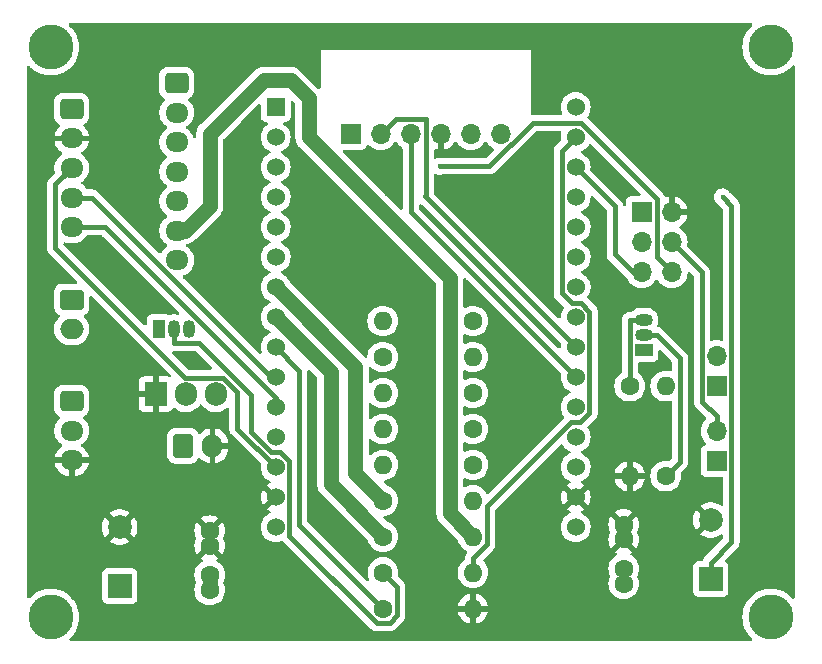
<source format=gbl>
G04 #@! TF.GenerationSoftware,KiCad,Pcbnew,8.0.8*
G04 #@! TF.CreationDate,2025-01-19T23:43:05+01:00*
G04 #@! TF.ProjectId,ESP32ScoringDevice_PCB_THT_Rev1.2,45535033-3253-4636-9f72-696e67446576,1.1*
G04 #@! TF.SameCoordinates,Original*
G04 #@! TF.FileFunction,Copper,L2,Bot*
G04 #@! TF.FilePolarity,Positive*
%FSLAX46Y46*%
G04 Gerber Fmt 4.6, Leading zero omitted, Abs format (unit mm)*
G04 Created by KiCad (PCBNEW 8.0.8) date 2025-01-19 23:43:05*
%MOMM*%
%LPD*%
G01*
G04 APERTURE LIST*
G04 Aperture macros list*
%AMRoundRect*
0 Rectangle with rounded corners*
0 $1 Rounding radius*
0 $2 $3 $4 $5 $6 $7 $8 $9 X,Y pos of 4 corners*
0 Add a 4 corners polygon primitive as box body*
4,1,4,$2,$3,$4,$5,$6,$7,$8,$9,$2,$3,0*
0 Add four circle primitives for the rounded corners*
1,1,$1+$1,$2,$3*
1,1,$1+$1,$4,$5*
1,1,$1+$1,$6,$7*
1,1,$1+$1,$8,$9*
0 Add four rect primitives between the rounded corners*
20,1,$1+$1,$2,$3,$4,$5,0*
20,1,$1+$1,$4,$5,$6,$7,0*
20,1,$1+$1,$6,$7,$8,$9,0*
20,1,$1+$1,$8,$9,$2,$3,0*%
G04 Aperture macros list end*
G04 #@! TA.AperFunction,ComponentPad*
%ADD10C,1.600000*%
G04 #@! TD*
G04 #@! TA.AperFunction,ComponentPad*
%ADD11R,1.700000X1.700000*%
G04 #@! TD*
G04 #@! TA.AperFunction,ComponentPad*
%ADD12O,1.700000X1.700000*%
G04 #@! TD*
G04 #@! TA.AperFunction,ComponentPad*
%ADD13RoundRect,0.250000X-0.600000X-0.750000X0.600000X-0.750000X0.600000X0.750000X-0.600000X0.750000X0*%
G04 #@! TD*
G04 #@! TA.AperFunction,ComponentPad*
%ADD14O,1.700000X2.000000*%
G04 #@! TD*
G04 #@! TA.AperFunction,ComponentPad*
%ADD15R,1.524000X1.524000*%
G04 #@! TD*
G04 #@! TA.AperFunction,ComponentPad*
%ADD16C,1.524000*%
G04 #@! TD*
G04 #@! TA.AperFunction,ComponentPad*
%ADD17O,1.600000X1.600000*%
G04 #@! TD*
G04 #@! TA.AperFunction,ComponentPad*
%ADD18R,2.000000X2.000000*%
G04 #@! TD*
G04 #@! TA.AperFunction,ComponentPad*
%ADD19C,2.000000*%
G04 #@! TD*
G04 #@! TA.AperFunction,ComponentPad*
%ADD20R,1.050000X1.500000*%
G04 #@! TD*
G04 #@! TA.AperFunction,ComponentPad*
%ADD21O,1.050000X1.500000*%
G04 #@! TD*
G04 #@! TA.AperFunction,ComponentPad*
%ADD22C,3.800000*%
G04 #@! TD*
G04 #@! TA.AperFunction,ComponentPad*
%ADD23RoundRect,0.250000X-0.725000X0.600000X-0.725000X-0.600000X0.725000X-0.600000X0.725000X0.600000X0*%
G04 #@! TD*
G04 #@! TA.AperFunction,ComponentPad*
%ADD24O,1.950000X1.700000*%
G04 #@! TD*
G04 #@! TA.AperFunction,ComponentPad*
%ADD25R,1.500000X1.050000*%
G04 #@! TD*
G04 #@! TA.AperFunction,ComponentPad*
%ADD26O,1.500000X1.050000*%
G04 #@! TD*
G04 #@! TA.AperFunction,ComponentPad*
%ADD27RoundRect,0.250000X-0.750000X0.600000X-0.750000X-0.600000X0.750000X-0.600000X0.750000X0.600000X0*%
G04 #@! TD*
G04 #@! TA.AperFunction,ComponentPad*
%ADD28O,2.000000X1.700000*%
G04 #@! TD*
G04 #@! TA.AperFunction,ComponentPad*
%ADD29R,1.905000X2.000000*%
G04 #@! TD*
G04 #@! TA.AperFunction,ComponentPad*
%ADD30O,1.905000X2.000000*%
G04 #@! TD*
G04 #@! TA.AperFunction,ViaPad*
%ADD31C,0.450000*%
G04 #@! TD*
G04 #@! TA.AperFunction,Conductor*
%ADD32C,0.381000*%
G04 #@! TD*
G04 #@! TA.AperFunction,Conductor*
%ADD33C,1.270000*%
G04 #@! TD*
G04 APERTURE END LIST*
D10*
X129794000Y-126706000D03*
X129794000Y-125456000D03*
X129794000Y-122956000D03*
X129794000Y-121706000D03*
D11*
X137668000Y-116332000D03*
D12*
X137668000Y-113792000D03*
D11*
X137668000Y-109982000D03*
D12*
X137668000Y-107442000D03*
D13*
X92476000Y-115045000D03*
D14*
X94976000Y-115045000D03*
D15*
X100330000Y-86360000D03*
D16*
X100330000Y-88900000D03*
X100330000Y-91440000D03*
X100330000Y-93980000D03*
X100330000Y-96520000D03*
X100330000Y-99060000D03*
X100330000Y-101600000D03*
X100330000Y-104140000D03*
X100330000Y-106680000D03*
X100330000Y-109220000D03*
X100330000Y-111760000D03*
X100330000Y-114300000D03*
X100330000Y-116840000D03*
X100330000Y-119380000D03*
X100330000Y-121920000D03*
X125730000Y-121920000D03*
X125730000Y-119380000D03*
X125730000Y-116840000D03*
X125730000Y-114300000D03*
X125730000Y-111760000D03*
X125730000Y-109220000D03*
X125730000Y-106680000D03*
X125730000Y-104140000D03*
X125730000Y-101600000D03*
X125730000Y-99060000D03*
X125730000Y-96520000D03*
X125730000Y-93980000D03*
X125730000Y-91440000D03*
X125730000Y-88900000D03*
X125730000Y-86360000D03*
D10*
X109398000Y-107522000D03*
D17*
X117018000Y-107522000D03*
D10*
X94742000Y-127234000D03*
X94742000Y-125984000D03*
X94742000Y-123484000D03*
X94742000Y-122234000D03*
D18*
X87122000Y-126920000D03*
D19*
X87122000Y-121920000D03*
D10*
X117030000Y-113618000D03*
D17*
X109410000Y-113618000D03*
D20*
X90424000Y-105156000D03*
D21*
X91694000Y-105156000D03*
X92964000Y-105156000D03*
D11*
X106680000Y-88646000D03*
D12*
X109220000Y-88646000D03*
X111760000Y-88646000D03*
X114300000Y-88646000D03*
X116840000Y-88646000D03*
X119380000Y-88646000D03*
D22*
X81280000Y-81280000D03*
D23*
X91948000Y-84328000D03*
D24*
X91948000Y-86828000D03*
X91948000Y-89328000D03*
X91948000Y-91828000D03*
X91948000Y-94328000D03*
X91948000Y-96828000D03*
X91948000Y-99328000D03*
D23*
X83058000Y-86520000D03*
D24*
X83058000Y-89020000D03*
X83058000Y-91520000D03*
X83058000Y-94020000D03*
X83058000Y-96520000D03*
D10*
X117030000Y-110570000D03*
D17*
X109410000Y-110570000D03*
D22*
X142240000Y-129540000D03*
D25*
X131474800Y-106934000D03*
D26*
X131474800Y-105664000D03*
X131474800Y-104394000D03*
D10*
X130302000Y-109982000D03*
D17*
X130302000Y-117602000D03*
D23*
X83058000Y-111252000D03*
D24*
X83058000Y-113752000D03*
X83058000Y-116252000D03*
D27*
X83058000Y-102656000D03*
D28*
X83058000Y-105156000D03*
D10*
X117018000Y-104474000D03*
D17*
X109398000Y-104474000D03*
D11*
X131318000Y-95250000D03*
D12*
X133858000Y-95250000D03*
X131318000Y-97790000D03*
X133858000Y-97790000D03*
X131318000Y-100330000D03*
X133858000Y-100330000D03*
D10*
X117030000Y-116666000D03*
D17*
X109410000Y-116666000D03*
D10*
X109410000Y-128820000D03*
D17*
X117030000Y-128820000D03*
D22*
X81280000Y-129540000D03*
D10*
X109410000Y-122724000D03*
D17*
X117030000Y-122724000D03*
D10*
X133350000Y-117602000D03*
D17*
X133350000Y-109982000D03*
D22*
X142240000Y-81280000D03*
D29*
X90170000Y-110673000D03*
D30*
X92710000Y-110673000D03*
X95250000Y-110673000D03*
D10*
X109410000Y-125772000D03*
D17*
X117030000Y-125772000D03*
D18*
X137160000Y-126319700D03*
D19*
X137160000Y-121319700D03*
D10*
X109410000Y-119676000D03*
D17*
X117030000Y-119676000D03*
D31*
X103632000Y-114300000D03*
X103632000Y-119380000D03*
X138176000Y-93980000D03*
X129540000Y-93980000D03*
X86868000Y-108204000D03*
X83312000Y-83312000D03*
X87376000Y-83312000D03*
X114554000Y-96774000D03*
X132080000Y-108712000D03*
X93472000Y-108204000D03*
X110744000Y-101600000D03*
X119380000Y-93726000D03*
X109728000Y-90678000D03*
X109728000Y-93726000D03*
X114554000Y-93726000D03*
X117856000Y-118110000D03*
X93980000Y-86106000D03*
X96774000Y-97536000D03*
X96520000Y-83058000D03*
X86868000Y-100838000D03*
X96774000Y-103632000D03*
X114220400Y-91367600D03*
D32*
X130556000Y-100330000D02*
X131318000Y-100330000D01*
X129032000Y-98806000D02*
X130556000Y-100330000D01*
X129032000Y-94742000D02*
X129032000Y-98806000D01*
X125730000Y-91440000D02*
X129032000Y-94742000D01*
X136422600Y-111301200D02*
X136422600Y-100354600D01*
X137668000Y-112546600D02*
X136422600Y-111301200D01*
X137668000Y-113792000D02*
X137668000Y-112546600D01*
X136422600Y-100354600D02*
X133858000Y-97790000D01*
X92676800Y-109277600D02*
X81663500Y-98264300D01*
X81663500Y-98264300D02*
X81663500Y-92914500D01*
X95894700Y-109277600D02*
X92676800Y-109277600D01*
X97088600Y-110471500D02*
X95894700Y-109277600D01*
X97088600Y-113598600D02*
X97088600Y-110471500D01*
X100330000Y-116840000D02*
X97088600Y-113598600D01*
X81663500Y-92914500D02*
X83058000Y-91520000D01*
X138914100Y-94718100D02*
X138176000Y-93980000D01*
X138914100Y-100428700D02*
X138914100Y-94718100D01*
X112944700Y-93894700D02*
X125730000Y-106680000D01*
X113030000Y-87376000D02*
X113030000Y-93809400D01*
X113030000Y-93809400D02*
X112944700Y-93894700D01*
X110490000Y-87376000D02*
X113030000Y-87376000D01*
X109220000Y-88646000D02*
X110490000Y-87376000D01*
X118419700Y-91367600D02*
X114220400Y-91367600D01*
X122095800Y-87691500D02*
X118419700Y-91367600D01*
X126166000Y-87691500D02*
X122095800Y-87691500D01*
X132588100Y-94113600D02*
X126166000Y-87691500D01*
X132588100Y-99060100D02*
X132588100Y-94113600D01*
X133858000Y-100330000D02*
X132588100Y-99060100D01*
X111760000Y-95250000D02*
X111760000Y-88646000D01*
X125730000Y-109220000D02*
X111760000Y-95250000D01*
X124544100Y-90085900D02*
X125730000Y-88900000D01*
X124544100Y-102123800D02*
X124544100Y-90085900D01*
X125402900Y-102982600D02*
X124544100Y-102123800D01*
X126209500Y-102982600D02*
X125402900Y-102982600D01*
X126896900Y-103670000D02*
X126209500Y-102982600D01*
X126896900Y-112257000D02*
X126896900Y-103670000D01*
X126123900Y-113030000D02*
X126896900Y-112257000D01*
X125362000Y-113030000D02*
X126123900Y-113030000D01*
X118225400Y-120166600D02*
X125362000Y-113030000D01*
X118225400Y-123381200D02*
X118225400Y-120166600D01*
X117030000Y-124576600D02*
X118225400Y-123381200D01*
X117030000Y-125772000D02*
X117030000Y-124576600D01*
D33*
X104994800Y-108804800D02*
X100330000Y-104140000D01*
X104994800Y-118308800D02*
X104994800Y-108804800D01*
X109410000Y-122724000D02*
X104994800Y-118308800D01*
X107074100Y-117340100D02*
X109410000Y-119676000D01*
X107074100Y-108344100D02*
X107074100Y-117340100D01*
X100330000Y-101600000D02*
X107074100Y-108344100D01*
D32*
X134562700Y-107606500D02*
X132620200Y-105664000D01*
X134562700Y-116389300D02*
X134562700Y-107606500D01*
X133350000Y-117602000D02*
X134562700Y-116389300D01*
X131474800Y-105664000D02*
X132620200Y-105664000D01*
X110621500Y-126983500D02*
X109410000Y-125772000D01*
X110621500Y-129391600D02*
X110621500Y-126983500D01*
X109978900Y-130034200D02*
X110621500Y-129391600D01*
X108881900Y-130034200D02*
X109978900Y-130034200D01*
X101487400Y-122639700D02*
X108881900Y-130034200D01*
X101487400Y-116351500D02*
X101487400Y-122639700D01*
X100705900Y-115570000D02*
X101487400Y-116351500D01*
X99925900Y-115570000D02*
X100705900Y-115570000D01*
X98216900Y-113861000D02*
X99925900Y-115570000D01*
X98216900Y-110706800D02*
X98216900Y-113861000D01*
X93811500Y-106301400D02*
X98216900Y-110706800D01*
X91694000Y-106301400D02*
X93811500Y-106301400D01*
X91694000Y-105156000D02*
X91694000Y-106301400D01*
X130302000Y-104421400D02*
X130329400Y-104394000D01*
X130302000Y-109982000D02*
X130302000Y-104421400D01*
X131474800Y-104394000D02*
X130329400Y-104394000D01*
X99953700Y-109220000D02*
X100330000Y-109220000D01*
X84753700Y-94020000D02*
X99953700Y-109220000D01*
X83058000Y-94020000D02*
X84753700Y-94020000D01*
X100330000Y-110963800D02*
X100330000Y-111760000D01*
X85886200Y-96520000D02*
X100330000Y-110963800D01*
X83058000Y-96520000D02*
X85886200Y-96520000D01*
X102316800Y-121726800D02*
X109410000Y-128820000D01*
X102316800Y-108666800D02*
X102316800Y-121726800D01*
X100330000Y-106680000D02*
X102316800Y-108666800D01*
X129794000Y-125456000D02*
X129794000Y-126706000D01*
X138914100Y-123170200D02*
X138914100Y-100428700D01*
X137160000Y-124924300D02*
X138914100Y-123170200D01*
X137160000Y-126319700D02*
X137160000Y-124924300D01*
D33*
X94742000Y-125984000D02*
X94742000Y-127234000D01*
X115062000Y-120756000D02*
X117030000Y-122724000D01*
X115062000Y-100838000D02*
X115062000Y-120756000D01*
X103124000Y-88900000D02*
X115062000Y-100838000D01*
X103124000Y-85598000D02*
X103124000Y-88900000D01*
X101600000Y-84074000D02*
X103124000Y-85598000D01*
X99314000Y-84074000D02*
X101600000Y-84074000D01*
X94742000Y-88646000D02*
X99314000Y-84074000D01*
X94742000Y-94742000D02*
X94742000Y-88646000D01*
X92656000Y-96828000D02*
X94742000Y-94742000D01*
X91948000Y-96828000D02*
X92656000Y-96828000D01*
G04 #@! TA.AperFunction,Conductor*
G36*
X116402703Y-100870371D02*
G01*
X116409181Y-100876403D01*
X124445128Y-108912350D01*
X124478613Y-108973673D01*
X124480975Y-109010838D01*
X124462677Y-109219997D01*
X124462677Y-109220002D01*
X124481929Y-109440062D01*
X124481930Y-109440070D01*
X124539104Y-109653445D01*
X124539105Y-109653447D01*
X124539106Y-109653450D01*
X124626955Y-109841844D01*
X124632466Y-109853662D01*
X124632468Y-109853666D01*
X124759170Y-110034615D01*
X124759175Y-110034621D01*
X124915378Y-110190824D01*
X124915384Y-110190829D01*
X125096333Y-110317531D01*
X125096335Y-110317532D01*
X125096338Y-110317534D01*
X125215748Y-110373215D01*
X125225189Y-110377618D01*
X125277628Y-110423790D01*
X125296780Y-110490984D01*
X125276564Y-110557865D01*
X125225189Y-110602382D01*
X125096340Y-110662465D01*
X125096338Y-110662466D01*
X124915377Y-110789175D01*
X124759175Y-110945377D01*
X124632466Y-111126338D01*
X124632465Y-111126340D01*
X124539107Y-111326548D01*
X124539104Y-111326554D01*
X124481930Y-111539929D01*
X124481929Y-111539937D01*
X124462677Y-111759997D01*
X124462677Y-111760002D01*
X124481929Y-111980062D01*
X124481930Y-111980070D01*
X124539104Y-112193445D01*
X124539105Y-112193447D01*
X124539106Y-112193450D01*
X124603883Y-112332365D01*
X124632466Y-112393662D01*
X124632468Y-112393666D01*
X124732846Y-112537021D01*
X124755173Y-112603227D01*
X124738163Y-112670994D01*
X124718952Y-112695825D01*
X118359232Y-119055544D01*
X118297909Y-119089029D01*
X118228217Y-119084045D01*
X118172284Y-119042173D01*
X118163647Y-119027742D01*
X118163276Y-119027957D01*
X118160567Y-119023265D01*
X118030045Y-118836858D01*
X117869141Y-118675954D01*
X117682734Y-118545432D01*
X117682732Y-118545431D01*
X117476497Y-118449261D01*
X117476488Y-118449258D01*
X117256697Y-118390366D01*
X117256693Y-118390365D01*
X117256692Y-118390365D01*
X117256691Y-118390364D01*
X117256686Y-118390364D01*
X117030002Y-118370532D01*
X117029998Y-118370532D01*
X116803313Y-118390364D01*
X116803302Y-118390366D01*
X116583511Y-118449258D01*
X116583502Y-118449262D01*
X116373905Y-118546999D01*
X116304827Y-118557491D01*
X116241043Y-118528971D01*
X116202804Y-118470495D01*
X116197500Y-118434617D01*
X116197500Y-117907382D01*
X116217185Y-117840343D01*
X116269989Y-117794588D01*
X116339147Y-117784644D01*
X116373905Y-117795000D01*
X116377262Y-117796565D01*
X116377266Y-117796568D01*
X116583504Y-117892739D01*
X116803308Y-117951635D01*
X116965230Y-117965801D01*
X117029998Y-117971468D01*
X117030000Y-117971468D01*
X117030002Y-117971468D01*
X117086673Y-117966509D01*
X117256692Y-117951635D01*
X117476496Y-117892739D01*
X117682734Y-117796568D01*
X117869139Y-117666047D01*
X118030047Y-117505139D01*
X118160568Y-117318734D01*
X118256739Y-117112496D01*
X118315635Y-116892692D01*
X118335468Y-116666000D01*
X118315635Y-116439308D01*
X118268569Y-116263655D01*
X118256741Y-116219511D01*
X118256738Y-116219502D01*
X118250600Y-116206339D01*
X118160568Y-116013266D01*
X118030047Y-115826861D01*
X118030045Y-115826858D01*
X117869141Y-115665954D01*
X117682734Y-115535432D01*
X117682732Y-115535431D01*
X117476497Y-115439261D01*
X117476488Y-115439258D01*
X117256697Y-115380366D01*
X117256693Y-115380365D01*
X117256692Y-115380365D01*
X117256691Y-115380364D01*
X117256686Y-115380364D01*
X117030002Y-115360532D01*
X117029998Y-115360532D01*
X116803313Y-115380364D01*
X116803302Y-115380366D01*
X116583511Y-115439258D01*
X116583504Y-115439260D01*
X116583504Y-115439261D01*
X116544138Y-115457618D01*
X116373905Y-115536999D01*
X116304827Y-115547491D01*
X116241043Y-115518971D01*
X116202804Y-115460495D01*
X116197500Y-115424617D01*
X116197500Y-114859382D01*
X116217185Y-114792343D01*
X116269989Y-114746588D01*
X116339147Y-114736644D01*
X116373905Y-114747000D01*
X116377262Y-114748565D01*
X116377266Y-114748568D01*
X116583504Y-114844739D01*
X116583509Y-114844740D01*
X116583511Y-114844741D01*
X116636415Y-114858916D01*
X116803308Y-114903635D01*
X116965230Y-114917801D01*
X117029998Y-114923468D01*
X117030000Y-114923468D01*
X117030002Y-114923468D01*
X117086673Y-114918509D01*
X117256692Y-114903635D01*
X117476496Y-114844739D01*
X117682734Y-114748568D01*
X117869139Y-114618047D01*
X118030047Y-114457139D01*
X118160568Y-114270734D01*
X118256739Y-114064496D01*
X118315635Y-113844692D01*
X118335468Y-113618000D01*
X118334784Y-113610187D01*
X118322695Y-113472006D01*
X118315635Y-113391308D01*
X118256739Y-113171504D01*
X118160568Y-112965266D01*
X118030047Y-112778861D01*
X118030045Y-112778858D01*
X117869141Y-112617954D01*
X117682734Y-112487432D01*
X117682732Y-112487431D01*
X117476497Y-112391261D01*
X117476488Y-112391258D01*
X117256697Y-112332366D01*
X117256693Y-112332365D01*
X117256692Y-112332365D01*
X117256691Y-112332364D01*
X117256686Y-112332364D01*
X117030002Y-112312532D01*
X117029998Y-112312532D01*
X116803313Y-112332364D01*
X116803302Y-112332366D01*
X116583511Y-112391258D01*
X116583504Y-112391260D01*
X116583504Y-112391261D01*
X116541703Y-112410753D01*
X116373905Y-112488999D01*
X116304827Y-112499491D01*
X116241043Y-112470971D01*
X116202804Y-112412495D01*
X116197500Y-112376617D01*
X116197500Y-111811382D01*
X116217185Y-111744343D01*
X116269989Y-111698588D01*
X116339147Y-111688644D01*
X116373905Y-111699000D01*
X116377262Y-111700565D01*
X116377266Y-111700568D01*
X116583504Y-111796739D01*
X116583509Y-111796740D01*
X116583511Y-111796741D01*
X116621067Y-111806804D01*
X116803308Y-111855635D01*
X116965230Y-111869801D01*
X117029998Y-111875468D01*
X117030000Y-111875468D01*
X117030002Y-111875468D01*
X117086673Y-111870509D01*
X117256692Y-111855635D01*
X117476496Y-111796739D01*
X117682734Y-111700568D01*
X117869139Y-111570047D01*
X118030047Y-111409139D01*
X118160568Y-111222734D01*
X118256739Y-111016496D01*
X118315635Y-110796692D01*
X118335468Y-110570000D01*
X118315635Y-110343308D01*
X118256739Y-110123504D01*
X118160568Y-109917266D01*
X118030047Y-109730861D01*
X118030045Y-109730858D01*
X117869141Y-109569954D01*
X117682734Y-109439432D01*
X117682732Y-109439431D01*
X117476497Y-109343261D01*
X117476488Y-109343258D01*
X117256697Y-109284366D01*
X117256693Y-109284365D01*
X117256692Y-109284365D01*
X117256691Y-109284364D01*
X117256686Y-109284364D01*
X117030002Y-109264532D01*
X117029998Y-109264532D01*
X116803313Y-109284364D01*
X116803302Y-109284366D01*
X116583511Y-109343258D01*
X116583502Y-109343262D01*
X116373905Y-109440999D01*
X116304827Y-109451491D01*
X116241043Y-109422971D01*
X116202804Y-109364495D01*
X116197500Y-109328617D01*
X116197500Y-108768978D01*
X116217185Y-108701939D01*
X116269989Y-108656184D01*
X116339147Y-108646240D01*
X116373902Y-108656595D01*
X116571504Y-108748739D01*
X116571509Y-108748740D01*
X116571511Y-108748741D01*
X116624415Y-108762916D01*
X116791308Y-108807635D01*
X116953230Y-108821801D01*
X117017998Y-108827468D01*
X117018000Y-108827468D01*
X117018002Y-108827468D01*
X117074673Y-108822509D01*
X117244692Y-108807635D01*
X117464496Y-108748739D01*
X117670734Y-108652568D01*
X117857139Y-108522047D01*
X118018047Y-108361139D01*
X118148568Y-108174734D01*
X118244739Y-107968496D01*
X118303635Y-107748692D01*
X118323468Y-107522000D01*
X118303635Y-107295308D01*
X118244739Y-107075504D01*
X118148568Y-106869266D01*
X118018047Y-106682861D01*
X118018045Y-106682858D01*
X117857141Y-106521954D01*
X117670734Y-106391432D01*
X117670732Y-106391431D01*
X117464497Y-106295261D01*
X117464488Y-106295258D01*
X117244697Y-106236366D01*
X117244693Y-106236365D01*
X117244692Y-106236365D01*
X117244691Y-106236364D01*
X117244686Y-106236364D01*
X117018002Y-106216532D01*
X117017998Y-106216532D01*
X116791313Y-106236364D01*
X116791302Y-106236366D01*
X116571511Y-106295258D01*
X116571502Y-106295262D01*
X116373905Y-106387403D01*
X116304827Y-106397895D01*
X116241043Y-106369375D01*
X116202804Y-106310899D01*
X116197500Y-106275021D01*
X116197500Y-105720978D01*
X116217185Y-105653939D01*
X116269989Y-105608184D01*
X116339147Y-105598240D01*
X116373902Y-105608595D01*
X116571504Y-105700739D01*
X116791308Y-105759635D01*
X116953230Y-105773801D01*
X117017998Y-105779468D01*
X117018000Y-105779468D01*
X117018002Y-105779468D01*
X117074673Y-105774509D01*
X117244692Y-105759635D01*
X117464496Y-105700739D01*
X117670734Y-105604568D01*
X117857139Y-105474047D01*
X118018047Y-105313139D01*
X118148568Y-105126734D01*
X118244739Y-104920496D01*
X118303635Y-104700692D01*
X118321630Y-104495004D01*
X118323468Y-104474001D01*
X118323468Y-104473998D01*
X118312912Y-104353342D01*
X118303635Y-104247308D01*
X118258916Y-104080415D01*
X118244741Y-104027511D01*
X118244738Y-104027502D01*
X118207340Y-103947302D01*
X118148568Y-103821266D01*
X118018047Y-103634861D01*
X118018045Y-103634858D01*
X117857141Y-103473954D01*
X117670734Y-103343432D01*
X117670732Y-103343431D01*
X117464497Y-103247261D01*
X117464488Y-103247258D01*
X117244697Y-103188366D01*
X117244693Y-103188365D01*
X117244692Y-103188365D01*
X117244691Y-103188364D01*
X117244686Y-103188364D01*
X117018002Y-103168532D01*
X117017998Y-103168532D01*
X116791313Y-103188364D01*
X116791302Y-103188366D01*
X116571511Y-103247258D01*
X116571502Y-103247262D01*
X116373905Y-103339403D01*
X116304827Y-103349895D01*
X116241043Y-103321375D01*
X116202804Y-103262899D01*
X116197500Y-103227021D01*
X116197500Y-100964084D01*
X116217185Y-100897045D01*
X116269989Y-100851290D01*
X116339147Y-100841346D01*
X116402703Y-100870371D01*
G37*
G04 #@! TD.AperFunction*
G04 #@! TA.AperFunction,Conductor*
G36*
X93540955Y-107012085D02*
G01*
X93561597Y-107028719D01*
X94907797Y-108374919D01*
X94941282Y-108436242D01*
X94936298Y-108505934D01*
X94894426Y-108561867D01*
X94828962Y-108586284D01*
X94820116Y-108586600D01*
X93014384Y-108586600D01*
X92947345Y-108566915D01*
X92926703Y-108550281D01*
X91580503Y-107204081D01*
X91547018Y-107142758D01*
X91552002Y-107073066D01*
X91593874Y-107017133D01*
X91659338Y-106992716D01*
X91668184Y-106992400D01*
X91762058Y-106992400D01*
X93473916Y-106992400D01*
X93540955Y-107012085D01*
G37*
G04 #@! TD.AperFunction*
G04 #@! TA.AperFunction,Conductor*
G36*
X98986834Y-86109518D02*
G01*
X99042767Y-86151390D01*
X99067184Y-86216854D01*
X99067500Y-86225700D01*
X99067500Y-87169870D01*
X99067501Y-87169876D01*
X99073908Y-87229483D01*
X99124202Y-87364328D01*
X99124206Y-87364335D01*
X99210452Y-87479544D01*
X99210455Y-87479547D01*
X99325664Y-87565793D01*
X99325671Y-87565797D01*
X99460517Y-87616091D01*
X99460516Y-87616091D01*
X99467444Y-87616835D01*
X99520127Y-87622500D01*
X99560079Y-87622499D01*
X99627116Y-87642182D01*
X99672872Y-87694985D01*
X99682817Y-87764143D01*
X99653794Y-87827700D01*
X99631203Y-87848074D01*
X99515375Y-87929177D01*
X99359175Y-88085377D01*
X99232466Y-88266338D01*
X99232465Y-88266340D01*
X99139107Y-88466548D01*
X99139106Y-88466550D01*
X99081930Y-88679929D01*
X99081929Y-88679937D01*
X99062677Y-88899997D01*
X99062677Y-88900002D01*
X99081929Y-89120062D01*
X99081930Y-89120070D01*
X99139104Y-89333445D01*
X99139105Y-89333447D01*
X99139106Y-89333450D01*
X99209429Y-89484258D01*
X99232466Y-89533662D01*
X99232468Y-89533666D01*
X99359170Y-89714615D01*
X99359174Y-89714620D01*
X99515378Y-89870824D01*
X99515384Y-89870829D01*
X99696333Y-89997531D01*
X99696335Y-89997532D01*
X99696338Y-89997534D01*
X99778443Y-90035820D01*
X99825189Y-90057618D01*
X99877628Y-90103790D01*
X99896780Y-90170984D01*
X99876564Y-90237865D01*
X99825189Y-90282382D01*
X99696340Y-90342465D01*
X99696338Y-90342466D01*
X99515377Y-90469175D01*
X99359175Y-90625377D01*
X99232466Y-90806338D01*
X99232465Y-90806340D01*
X99139107Y-91006548D01*
X99139104Y-91006554D01*
X99081930Y-91219929D01*
X99081929Y-91219937D01*
X99062677Y-91439997D01*
X99062677Y-91440002D01*
X99081929Y-91660062D01*
X99081930Y-91660070D01*
X99139104Y-91873445D01*
X99139105Y-91873447D01*
X99139106Y-91873450D01*
X99188772Y-91979959D01*
X99232466Y-92073662D01*
X99232468Y-92073666D01*
X99359170Y-92254615D01*
X99359175Y-92254621D01*
X99515378Y-92410824D01*
X99515384Y-92410829D01*
X99696333Y-92537531D01*
X99696335Y-92537532D01*
X99696338Y-92537534D01*
X99723295Y-92550104D01*
X99825189Y-92597618D01*
X99877628Y-92643790D01*
X99896780Y-92710984D01*
X99876564Y-92777865D01*
X99825189Y-92822382D01*
X99696340Y-92882465D01*
X99696338Y-92882466D01*
X99515377Y-93009175D01*
X99359175Y-93165377D01*
X99232466Y-93346338D01*
X99232465Y-93346340D01*
X99139107Y-93546548D01*
X99139104Y-93546554D01*
X99081930Y-93759929D01*
X99081929Y-93759937D01*
X99062677Y-93979997D01*
X99062677Y-93980002D01*
X99081929Y-94200062D01*
X99081930Y-94200070D01*
X99139104Y-94413445D01*
X99139105Y-94413447D01*
X99139106Y-94413450D01*
X99203157Y-94550808D01*
X99232466Y-94613662D01*
X99232468Y-94613666D01*
X99359170Y-94794615D01*
X99359175Y-94794621D01*
X99515378Y-94950824D01*
X99515384Y-94950829D01*
X99696333Y-95077531D01*
X99696335Y-95077532D01*
X99696338Y-95077534D01*
X99800274Y-95126000D01*
X99825189Y-95137618D01*
X99877628Y-95183790D01*
X99896780Y-95250984D01*
X99876564Y-95317865D01*
X99825189Y-95362382D01*
X99696340Y-95422465D01*
X99696338Y-95422466D01*
X99515377Y-95549175D01*
X99359175Y-95705377D01*
X99232466Y-95886338D01*
X99232465Y-95886340D01*
X99139107Y-96086548D01*
X99139104Y-96086554D01*
X99081930Y-96299929D01*
X99081929Y-96299937D01*
X99062677Y-96519997D01*
X99062677Y-96520002D01*
X99081929Y-96740062D01*
X99081930Y-96740070D01*
X99139104Y-96953445D01*
X99139105Y-96953447D01*
X99139106Y-96953450D01*
X99213118Y-97112169D01*
X99232466Y-97153662D01*
X99232468Y-97153666D01*
X99359170Y-97334615D01*
X99359175Y-97334621D01*
X99515378Y-97490824D01*
X99515384Y-97490829D01*
X99696333Y-97617531D01*
X99696335Y-97617532D01*
X99696338Y-97617534D01*
X99815748Y-97673215D01*
X99825189Y-97677618D01*
X99877628Y-97723790D01*
X99896780Y-97790984D01*
X99876564Y-97857865D01*
X99825189Y-97902382D01*
X99696340Y-97962465D01*
X99696338Y-97962466D01*
X99515377Y-98089175D01*
X99359175Y-98245377D01*
X99232466Y-98426338D01*
X99232465Y-98426340D01*
X99139107Y-98626548D01*
X99139104Y-98626554D01*
X99081930Y-98839929D01*
X99081929Y-98839937D01*
X99062677Y-99059997D01*
X99062677Y-99060002D01*
X99081929Y-99280062D01*
X99081930Y-99280070D01*
X99139104Y-99493445D01*
X99139105Y-99493447D01*
X99139106Y-99493450D01*
X99209420Y-99644239D01*
X99232466Y-99693662D01*
X99232468Y-99693666D01*
X99359170Y-99874615D01*
X99359175Y-99874621D01*
X99515378Y-100030824D01*
X99515384Y-100030829D01*
X99696333Y-100157531D01*
X99696335Y-100157532D01*
X99696338Y-100157534D01*
X99804104Y-100207786D01*
X99825189Y-100217618D01*
X99877628Y-100263790D01*
X99896780Y-100330984D01*
X99876564Y-100397865D01*
X99825189Y-100442382D01*
X99696340Y-100502465D01*
X99696338Y-100502466D01*
X99515377Y-100629175D01*
X99359175Y-100785377D01*
X99232466Y-100966338D01*
X99232465Y-100966340D01*
X99139107Y-101166548D01*
X99139104Y-101166554D01*
X99081930Y-101379929D01*
X99081929Y-101379937D01*
X99062677Y-101599997D01*
X99062677Y-101600002D01*
X99081929Y-101820062D01*
X99081930Y-101820070D01*
X99139104Y-102033445D01*
X99139105Y-102033447D01*
X99139106Y-102033450D01*
X99232466Y-102233661D01*
X99232466Y-102233662D01*
X99232468Y-102233666D01*
X99359170Y-102414615D01*
X99359175Y-102414621D01*
X99515378Y-102570824D01*
X99515384Y-102570829D01*
X99696333Y-102697531D01*
X99696335Y-102697532D01*
X99696338Y-102697534D01*
X99815748Y-102753215D01*
X99825189Y-102757618D01*
X99877628Y-102803790D01*
X99896780Y-102870984D01*
X99876564Y-102937865D01*
X99825189Y-102982382D01*
X99696340Y-103042465D01*
X99696338Y-103042466D01*
X99515377Y-103169175D01*
X99359175Y-103325377D01*
X99232466Y-103506338D01*
X99232465Y-103506340D01*
X99139107Y-103706548D01*
X99139104Y-103706554D01*
X99081930Y-103919929D01*
X99081929Y-103919937D01*
X99062677Y-104139997D01*
X99062677Y-104140002D01*
X99081929Y-104360062D01*
X99081930Y-104360070D01*
X99139104Y-104573445D01*
X99139105Y-104573447D01*
X99139106Y-104573450D01*
X99194912Y-104693127D01*
X99232466Y-104773662D01*
X99232468Y-104773666D01*
X99359170Y-104954615D01*
X99359175Y-104954621D01*
X99515378Y-105110824D01*
X99515384Y-105110829D01*
X99696333Y-105237531D01*
X99696335Y-105237532D01*
X99696338Y-105237534D01*
X99815748Y-105293215D01*
X99825189Y-105297618D01*
X99877628Y-105343790D01*
X99896780Y-105410984D01*
X99876564Y-105477865D01*
X99825189Y-105522382D01*
X99696340Y-105582465D01*
X99696338Y-105582466D01*
X99515377Y-105709175D01*
X99359175Y-105865377D01*
X99232466Y-106046338D01*
X99232465Y-106046340D01*
X99139107Y-106246548D01*
X99139104Y-106246554D01*
X99081930Y-106459929D01*
X99081929Y-106459937D01*
X99062677Y-106679997D01*
X99062677Y-106680002D01*
X99081929Y-106900062D01*
X99081931Y-106900073D01*
X99134531Y-107096379D01*
X99132868Y-107166229D01*
X99093705Y-107224091D01*
X99029477Y-107251595D01*
X98960575Y-107240008D01*
X98927075Y-107216153D01*
X92507361Y-100796439D01*
X92473876Y-100735116D01*
X92478860Y-100665424D01*
X92520732Y-100609491D01*
X92556722Y-100590828D01*
X92591412Y-100579557D01*
X92780816Y-100483051D01*
X92802789Y-100467086D01*
X92952786Y-100358109D01*
X92952788Y-100358106D01*
X92952792Y-100358104D01*
X93103104Y-100207792D01*
X93103106Y-100207788D01*
X93103109Y-100207786D01*
X93228048Y-100035820D01*
X93228047Y-100035820D01*
X93228051Y-100035816D01*
X93324557Y-99846412D01*
X93390246Y-99644243D01*
X93423500Y-99434287D01*
X93423500Y-99221713D01*
X93390246Y-99011757D01*
X93324557Y-98809588D01*
X93228051Y-98620184D01*
X93228049Y-98620181D01*
X93228048Y-98620179D01*
X93103109Y-98448213D01*
X92952790Y-98297894D01*
X92952785Y-98297890D01*
X92788206Y-98178317D01*
X92745540Y-98122987D01*
X92739561Y-98053374D01*
X92772166Y-97991579D01*
X92788199Y-97977686D01*
X92801029Y-97968365D01*
X92854509Y-97946213D01*
X92921897Y-97935541D01*
X93066545Y-97888541D01*
X93091881Y-97880309D01*
X93251132Y-97799167D01*
X93395728Y-97694111D01*
X93522111Y-97567728D01*
X93580670Y-97509169D01*
X93580682Y-97509155D01*
X95608111Y-95481729D01*
X95680172Y-95382545D01*
X95713167Y-95337132D01*
X95794309Y-95177881D01*
X95826915Y-95077531D01*
X95849539Y-95007901D01*
X95849539Y-95007900D01*
X95849540Y-95007897D01*
X95877500Y-94831366D01*
X95877500Y-89167701D01*
X95897185Y-89100662D01*
X95913819Y-89080020D01*
X97377748Y-87616091D01*
X98855821Y-86138017D01*
X98917142Y-86104534D01*
X98986834Y-86109518D01*
G37*
G04 #@! TD.AperFunction*
G04 #@! TA.AperFunction,Conductor*
G36*
X112656203Y-94583870D02*
G01*
X112662681Y-94589902D01*
X124445129Y-106372350D01*
X124478614Y-106433673D01*
X124480976Y-106470838D01*
X124462205Y-106685393D01*
X124460002Y-106685200D01*
X124442992Y-106743132D01*
X124390188Y-106788887D01*
X124321030Y-106798831D01*
X124257474Y-106769806D01*
X124250996Y-106763774D01*
X112487319Y-95000097D01*
X112453834Y-94938774D01*
X112451000Y-94912416D01*
X112451000Y-94677583D01*
X112470685Y-94610544D01*
X112523489Y-94564789D01*
X112592647Y-94554845D01*
X112656203Y-94583870D01*
G37*
G04 #@! TD.AperFunction*
G04 #@! TA.AperFunction,Conductor*
G36*
X85615655Y-97230685D02*
G01*
X85636297Y-97247319D01*
X92134038Y-103745060D01*
X92167523Y-103806383D01*
X92162539Y-103876075D01*
X92120667Y-103932008D01*
X92055203Y-103956425D01*
X91998905Y-103947302D01*
X91993131Y-103944910D01*
X91993119Y-103944907D01*
X91795007Y-103905500D01*
X91795003Y-103905500D01*
X91592997Y-103905500D01*
X91592992Y-103905500D01*
X91394880Y-103944907D01*
X91394868Y-103944910D01*
X91314198Y-103978325D01*
X91244729Y-103985794D01*
X91199342Y-103966036D01*
X91199114Y-103966454D01*
X91194447Y-103963905D01*
X91192432Y-103963028D01*
X91191331Y-103962204D01*
X91191330Y-103962203D01*
X91191328Y-103962202D01*
X91056482Y-103911908D01*
X91056483Y-103911908D01*
X90996883Y-103905501D01*
X90996881Y-103905500D01*
X90996873Y-103905500D01*
X90996864Y-103905500D01*
X89851129Y-103905500D01*
X89851123Y-103905501D01*
X89791516Y-103911908D01*
X89656671Y-103962202D01*
X89656664Y-103962206D01*
X89541455Y-104048452D01*
X89541452Y-104048455D01*
X89455206Y-104163664D01*
X89455202Y-104163671D01*
X89404908Y-104298517D01*
X89398501Y-104358116D01*
X89398500Y-104358135D01*
X89398500Y-104722716D01*
X89378815Y-104789755D01*
X89326011Y-104835510D01*
X89256853Y-104845454D01*
X89193297Y-104816429D01*
X89186819Y-104810397D01*
X82390819Y-98014397D01*
X82357334Y-97953074D01*
X82354500Y-97926716D01*
X82354500Y-97922704D01*
X82374185Y-97855665D01*
X82426989Y-97809910D01*
X82496147Y-97799966D01*
X82516807Y-97804770D01*
X82616757Y-97837246D01*
X82826713Y-97870500D01*
X82826714Y-97870500D01*
X83289286Y-97870500D01*
X83289287Y-97870500D01*
X83499243Y-97837246D01*
X83701412Y-97771557D01*
X83890816Y-97675051D01*
X83969982Y-97617534D01*
X84062786Y-97550109D01*
X84062788Y-97550106D01*
X84062792Y-97550104D01*
X84213104Y-97399792D01*
X84313132Y-97262114D01*
X84368461Y-97219449D01*
X84413450Y-97211000D01*
X85548616Y-97211000D01*
X85615655Y-97230685D01*
G37*
G04 #@! TD.AperFunction*
G04 #@! TA.AperFunction,Conductor*
G36*
X124467066Y-88402185D02*
G01*
X124512821Y-88454989D01*
X124522765Y-88524147D01*
X124519802Y-88538594D01*
X124481930Y-88679930D01*
X124481929Y-88679937D01*
X124462677Y-88899997D01*
X124462677Y-88900002D01*
X124480975Y-89109160D01*
X124467208Y-89177660D01*
X124445128Y-89207648D01*
X124007366Y-89645410D01*
X123961122Y-89714619D01*
X123961123Y-89714620D01*
X123931741Y-89758592D01*
X123879656Y-89884338D01*
X123879653Y-89884348D01*
X123853100Y-90017839D01*
X123853100Y-102191860D01*
X123861416Y-102233666D01*
X123871569Y-102284706D01*
X123877226Y-102313145D01*
X123879655Y-102325357D01*
X123879656Y-102325361D01*
X123931742Y-102451109D01*
X123931744Y-102451112D01*
X124007363Y-102564285D01*
X124007369Y-102564292D01*
X124689424Y-103246346D01*
X124722909Y-103307669D01*
X124717925Y-103377360D01*
X124703319Y-103405149D01*
X124632465Y-103506340D01*
X124539107Y-103706548D01*
X124539104Y-103706554D01*
X124481930Y-103919929D01*
X124481929Y-103919937D01*
X124462205Y-104145393D01*
X124460002Y-104145200D01*
X124442992Y-104203132D01*
X124390188Y-104248887D01*
X124321030Y-104258831D01*
X124257474Y-104229806D01*
X124250996Y-104223774D01*
X113757319Y-93730097D01*
X113723834Y-93668774D01*
X113721000Y-93642416D01*
X113721000Y-92134786D01*
X113740685Y-92067747D01*
X113793489Y-92021992D01*
X113862647Y-92012048D01*
X113898809Y-92023070D01*
X113903622Y-92025388D01*
X113903625Y-92025389D01*
X114057939Y-92079386D01*
X114057942Y-92079386D01*
X114057944Y-92079387D01*
X114220396Y-92097691D01*
X114220400Y-92097691D01*
X114220404Y-92097691D01*
X114382856Y-92079387D01*
X114382857Y-92079386D01*
X114382861Y-92079386D01*
X114411343Y-92069419D01*
X114422380Y-92065558D01*
X114463333Y-92058600D01*
X118487760Y-92058600D01*
X118589248Y-92038412D01*
X118621257Y-92032045D01*
X118747011Y-91979956D01*
X118776150Y-91960486D01*
X118797663Y-91946112D01*
X118815360Y-91934287D01*
X118860187Y-91904335D01*
X122345703Y-88418819D01*
X122407026Y-88385334D01*
X122433384Y-88382500D01*
X124400027Y-88382500D01*
X124467066Y-88402185D01*
G37*
G04 #@! TD.AperFunction*
G04 #@! TA.AperFunction,Conductor*
G36*
X110574855Y-89312546D02*
G01*
X110591575Y-89331842D01*
X110721501Y-89517396D01*
X110721506Y-89517402D01*
X110888597Y-89684493D01*
X110888603Y-89684498D01*
X111016123Y-89773788D01*
X111059748Y-89828365D01*
X111069000Y-89875363D01*
X111069000Y-94939799D01*
X111049315Y-95006838D01*
X110996511Y-95052593D01*
X110927353Y-95062537D01*
X110863797Y-95033512D01*
X110857319Y-95027480D01*
X106038019Y-90208180D01*
X106004534Y-90146857D01*
X106009518Y-90077165D01*
X106051390Y-90021232D01*
X106116854Y-89996815D01*
X106125700Y-89996499D01*
X107577871Y-89996499D01*
X107577872Y-89996499D01*
X107637483Y-89990091D01*
X107772331Y-89939796D01*
X107887546Y-89853546D01*
X107973796Y-89738331D01*
X108022810Y-89606916D01*
X108064681Y-89550984D01*
X108130145Y-89526566D01*
X108198418Y-89541417D01*
X108226673Y-89562569D01*
X108348599Y-89684495D01*
X108445384Y-89752265D01*
X108542165Y-89820032D01*
X108542167Y-89820033D01*
X108542170Y-89820035D01*
X108756337Y-89919903D01*
X108984592Y-89981063D01*
X109164634Y-89996815D01*
X109219999Y-90001659D01*
X109220000Y-90001659D01*
X109220001Y-90001659D01*
X109275366Y-89996815D01*
X109455408Y-89981063D01*
X109683663Y-89919903D01*
X109897830Y-89820035D01*
X110091401Y-89684495D01*
X110258495Y-89517401D01*
X110387299Y-89333450D01*
X110388425Y-89331842D01*
X110443002Y-89288217D01*
X110512500Y-89281023D01*
X110574855Y-89312546D01*
G37*
G04 #@! TD.AperFunction*
G04 #@! TA.AperFunction,Conductor*
G36*
X127012972Y-89515780D02*
G01*
X127015798Y-89518519D01*
X131185098Y-93687819D01*
X131218583Y-93749142D01*
X131213599Y-93818834D01*
X131171727Y-93874767D01*
X131106263Y-93899184D01*
X131097417Y-93899500D01*
X130420129Y-93899500D01*
X130420123Y-93899501D01*
X130360516Y-93905908D01*
X130225671Y-93956202D01*
X130225664Y-93956206D01*
X130110455Y-94042452D01*
X130110452Y-94042455D01*
X130024206Y-94157664D01*
X130024202Y-94157671D01*
X129973908Y-94292517D01*
X129967501Y-94352116D01*
X129967500Y-94352135D01*
X129967500Y-94644133D01*
X129947815Y-94711172D01*
X129895011Y-94756927D01*
X129825853Y-94766871D01*
X129762297Y-94737846D01*
X129724523Y-94679068D01*
X129721883Y-94668325D01*
X129696446Y-94540448D01*
X129696445Y-94540447D01*
X129696445Y-94540443D01*
X129652474Y-94434287D01*
X129644358Y-94414693D01*
X129644357Y-94414691D01*
X129644356Y-94414689D01*
X129632902Y-94397547D01*
X129628387Y-94390790D01*
X129568736Y-94301514D01*
X129568730Y-94301507D01*
X127014871Y-91747649D01*
X126981386Y-91686326D01*
X126979024Y-91649161D01*
X126997323Y-91440001D01*
X126997323Y-91439997D01*
X126978070Y-91219937D01*
X126978070Y-91219932D01*
X126920894Y-91006550D01*
X126827534Y-90806339D01*
X126737893Y-90678318D01*
X126700827Y-90625381D01*
X126628822Y-90553376D01*
X126544620Y-90469174D01*
X126544616Y-90469171D01*
X126544615Y-90469170D01*
X126363666Y-90342468D01*
X126363658Y-90342464D01*
X126234811Y-90282382D01*
X126182371Y-90236210D01*
X126163219Y-90169017D01*
X126183435Y-90102135D01*
X126234811Y-90057618D01*
X126251746Y-90049721D01*
X126363662Y-89997534D01*
X126544620Y-89870826D01*
X126700826Y-89714620D01*
X126826544Y-89535074D01*
X126881118Y-89491452D01*
X126950617Y-89484258D01*
X127012972Y-89515780D01*
G37*
G04 #@! TD.AperFunction*
G04 #@! TA.AperFunction,Conductor*
G36*
X114550000Y-89976633D02*
G01*
X114763483Y-89919433D01*
X114763492Y-89919429D01*
X114977578Y-89819600D01*
X115171082Y-89684105D01*
X115338105Y-89517082D01*
X115468119Y-89331405D01*
X115522696Y-89287781D01*
X115592195Y-89280588D01*
X115654549Y-89312110D01*
X115671269Y-89331405D01*
X115672701Y-89333450D01*
X115801505Y-89517401D01*
X115968599Y-89684495D01*
X116065384Y-89752265D01*
X116162165Y-89820032D01*
X116162167Y-89820033D01*
X116162170Y-89820035D01*
X116376337Y-89919903D01*
X116604592Y-89981063D01*
X116784634Y-89996815D01*
X116839999Y-90001659D01*
X116840000Y-90001659D01*
X116840001Y-90001659D01*
X116895366Y-89996815D01*
X117075408Y-89981063D01*
X117303663Y-89919903D01*
X117517830Y-89820035D01*
X117711401Y-89684495D01*
X117878495Y-89517401D01*
X118007299Y-89333450D01*
X118008425Y-89331842D01*
X118063002Y-89288217D01*
X118132500Y-89281023D01*
X118194855Y-89312546D01*
X118211575Y-89331842D01*
X118341281Y-89517082D01*
X118341505Y-89517401D01*
X118508599Y-89684495D01*
X118614416Y-89758589D01*
X118702168Y-89820034D01*
X118702174Y-89820037D01*
X118737995Y-89836741D01*
X118790435Y-89882913D01*
X118809587Y-89950106D01*
X118789371Y-90016988D01*
X118773272Y-90036804D01*
X118169797Y-90640281D01*
X118108474Y-90673766D01*
X118082116Y-90676600D01*
X114463333Y-90676600D01*
X114422380Y-90669642D01*
X114382855Y-90655812D01*
X114382857Y-90655812D01*
X114220404Y-90637509D01*
X114220396Y-90637509D01*
X114057944Y-90655812D01*
X113903618Y-90709812D01*
X113898801Y-90712133D01*
X113829860Y-90723485D01*
X113765726Y-90695763D01*
X113726760Y-90637767D01*
X113721000Y-90600413D01*
X113721000Y-90050080D01*
X113740685Y-89983041D01*
X113793489Y-89937286D01*
X113862647Y-89927342D01*
X113877093Y-89930305D01*
X114050000Y-89976634D01*
X114050000Y-89079012D01*
X114107007Y-89111925D01*
X114234174Y-89146000D01*
X114365826Y-89146000D01*
X114492993Y-89111925D01*
X114550000Y-89079012D01*
X114550000Y-89976633D01*
G37*
G04 #@! TD.AperFunction*
G04 #@! TA.AperFunction,Conductor*
G36*
X140650480Y-79268185D02*
G01*
X140696235Y-79320989D01*
X140706179Y-79390147D01*
X140677154Y-79453703D01*
X140668325Y-79462892D01*
X140486652Y-79633494D01*
X140294111Y-79866236D01*
X140132268Y-80121261D01*
X140132265Y-80121267D01*
X140003661Y-80394563D01*
X140003659Y-80394568D01*
X139910320Y-80681835D01*
X139853719Y-80978546D01*
X139853718Y-80978553D01*
X139834754Y-81279994D01*
X139834754Y-81280005D01*
X139853718Y-81581446D01*
X139853719Y-81581453D01*
X139910320Y-81878164D01*
X140003659Y-82165431D01*
X140003661Y-82165436D01*
X140132265Y-82438732D01*
X140132268Y-82438738D01*
X140294111Y-82693763D01*
X140294114Y-82693767D01*
X140294115Y-82693768D01*
X140486651Y-82926504D01*
X140588013Y-83021690D01*
X140706836Y-83133272D01*
X140706846Y-83133280D01*
X140951193Y-83310808D01*
X140951198Y-83310810D01*
X140951205Y-83310816D01*
X141215896Y-83456332D01*
X141215901Y-83456334D01*
X141215903Y-83456335D01*
X141215904Y-83456336D01*
X141496734Y-83567524D01*
X141496737Y-83567525D01*
X141594259Y-83592564D01*
X141789302Y-83642642D01*
X141936039Y-83661179D01*
X142088963Y-83680499D01*
X142088969Y-83680499D01*
X142088973Y-83680500D01*
X142088975Y-83680500D01*
X142391025Y-83680500D01*
X142391027Y-83680500D01*
X142391032Y-83680499D01*
X142391036Y-83680499D01*
X142470591Y-83670448D01*
X142690698Y-83642642D01*
X142983262Y-83567525D01*
X142983265Y-83567524D01*
X143264095Y-83456336D01*
X143264096Y-83456335D01*
X143264094Y-83456335D01*
X143264104Y-83456332D01*
X143528795Y-83310816D01*
X143773162Y-83133274D01*
X143993349Y-82926504D01*
X144051956Y-82855659D01*
X144109856Y-82816552D01*
X144179707Y-82814956D01*
X144239333Y-82851377D01*
X144269803Y-82914253D01*
X144271500Y-82934700D01*
X144271500Y-127885299D01*
X144251815Y-127952338D01*
X144199011Y-127998093D01*
X144129853Y-128008037D01*
X144066297Y-127979012D01*
X144051957Y-127964340D01*
X143993352Y-127893499D01*
X143993350Y-127893497D01*
X143854915Y-127763497D01*
X143773162Y-127686726D01*
X143773159Y-127686724D01*
X143773153Y-127686719D01*
X143528806Y-127509191D01*
X143528799Y-127509186D01*
X143528795Y-127509184D01*
X143264104Y-127363668D01*
X143264101Y-127363666D01*
X143264096Y-127363664D01*
X143264095Y-127363663D01*
X142983265Y-127252475D01*
X142983262Y-127252474D01*
X142690695Y-127177357D01*
X142391036Y-127139500D01*
X142391027Y-127139500D01*
X142088973Y-127139500D01*
X142088963Y-127139500D01*
X141789304Y-127177357D01*
X141496737Y-127252474D01*
X141496734Y-127252475D01*
X141215904Y-127363663D01*
X141215903Y-127363664D01*
X140951205Y-127509184D01*
X140951193Y-127509191D01*
X140706846Y-127686719D01*
X140706836Y-127686727D01*
X140486652Y-127893494D01*
X140294111Y-128126236D01*
X140132268Y-128381261D01*
X140132265Y-128381267D01*
X140003661Y-128654563D01*
X140003659Y-128654568D01*
X139910320Y-128941835D01*
X139853719Y-129238546D01*
X139853718Y-129238553D01*
X139834754Y-129539994D01*
X139834754Y-129540005D01*
X139853718Y-129841446D01*
X139853719Y-129841453D01*
X139853720Y-129841457D01*
X139902824Y-130098872D01*
X139910320Y-130138164D01*
X140003659Y-130425431D01*
X140003661Y-130425436D01*
X140132265Y-130698732D01*
X140132268Y-130698738D01*
X140294111Y-130953763D01*
X140486652Y-131186505D01*
X140634781Y-131325608D01*
X140670176Y-131385849D01*
X140667382Y-131455663D01*
X140627289Y-131512884D01*
X140562623Y-131539345D01*
X140549897Y-131540000D01*
X82970103Y-131540000D01*
X82903064Y-131520315D01*
X82857309Y-131467511D01*
X82847365Y-131398353D01*
X82876390Y-131334797D01*
X82885219Y-131325608D01*
X82916778Y-131295971D01*
X83033349Y-131186504D01*
X83225885Y-130953768D01*
X83387733Y-130698736D01*
X83516341Y-130425430D01*
X83609681Y-130138160D01*
X83666280Y-129841457D01*
X83666281Y-129841446D01*
X83685246Y-129540005D01*
X83685246Y-129539994D01*
X83666281Y-129238553D01*
X83666280Y-129238546D01*
X83666280Y-129238543D01*
X83609681Y-128941840D01*
X83516341Y-128654570D01*
X83387733Y-128381264D01*
X83321912Y-128277546D01*
X83225888Y-128126236D01*
X83181964Y-128073141D01*
X83033349Y-127893496D01*
X82813162Y-127686726D01*
X82813159Y-127686724D01*
X82813153Y-127686719D01*
X82568806Y-127509191D01*
X82568799Y-127509186D01*
X82568795Y-127509184D01*
X82304104Y-127363668D01*
X82304101Y-127363666D01*
X82304096Y-127363664D01*
X82304095Y-127363663D01*
X82023265Y-127252475D01*
X82023262Y-127252474D01*
X81730695Y-127177357D01*
X81431036Y-127139500D01*
X81431027Y-127139500D01*
X81128973Y-127139500D01*
X81128963Y-127139500D01*
X80829304Y-127177357D01*
X80536737Y-127252474D01*
X80536734Y-127252475D01*
X80255904Y-127363663D01*
X80255903Y-127363664D01*
X79991205Y-127509184D01*
X79991193Y-127509191D01*
X79746846Y-127686719D01*
X79746836Y-127686727D01*
X79526649Y-127893497D01*
X79526647Y-127893499D01*
X79499543Y-127926263D01*
X79441643Y-127965370D01*
X79371792Y-127966966D01*
X79312166Y-127930544D01*
X79281697Y-127867668D01*
X79280000Y-127847222D01*
X79280000Y-125872135D01*
X85621500Y-125872135D01*
X85621500Y-127967870D01*
X85621501Y-127967876D01*
X85627908Y-128027483D01*
X85678202Y-128162328D01*
X85678206Y-128162335D01*
X85764452Y-128277544D01*
X85764455Y-128277547D01*
X85879664Y-128363793D01*
X85879671Y-128363797D01*
X86014517Y-128414091D01*
X86014516Y-128414091D01*
X86021444Y-128414835D01*
X86074127Y-128420500D01*
X88169872Y-128420499D01*
X88229483Y-128414091D01*
X88364331Y-128363796D01*
X88479546Y-128277546D01*
X88565796Y-128162331D01*
X88616091Y-128027483D01*
X88622500Y-127967873D01*
X88622499Y-125983998D01*
X93436532Y-125983998D01*
X93436532Y-125984001D01*
X93456364Y-126210686D01*
X93456366Y-126210697D01*
X93515258Y-126430488D01*
X93515260Y-126430492D01*
X93515261Y-126430496D01*
X93566128Y-126539581D01*
X93574062Y-126556595D01*
X93584554Y-126625673D01*
X93574061Y-126661405D01*
X93517857Y-126781938D01*
X93515262Y-126787502D01*
X93515258Y-126787511D01*
X93456366Y-127007302D01*
X93456364Y-127007313D01*
X93436532Y-127233998D01*
X93436532Y-127234001D01*
X93456364Y-127460686D01*
X93456366Y-127460697D01*
X93515258Y-127680488D01*
X93515261Y-127680497D01*
X93611431Y-127886732D01*
X93611432Y-127886734D01*
X93741954Y-128073141D01*
X93902858Y-128234045D01*
X93902861Y-128234047D01*
X94089266Y-128364568D01*
X94295504Y-128460739D01*
X94515308Y-128519635D01*
X94677230Y-128533801D01*
X94741998Y-128539468D01*
X94742000Y-128539468D01*
X94742002Y-128539468D01*
X94798673Y-128534509D01*
X94968692Y-128519635D01*
X95188496Y-128460739D01*
X95394734Y-128364568D01*
X95581139Y-128234047D01*
X95742047Y-128073139D01*
X95872568Y-127886734D01*
X95968739Y-127680496D01*
X96027635Y-127460692D01*
X96047468Y-127234000D01*
X96027635Y-127007308D01*
X95968739Y-126787504D01*
X95909936Y-126661404D01*
X95899445Y-126592328D01*
X95909937Y-126556595D01*
X95945980Y-126479302D01*
X95968739Y-126430496D01*
X96027635Y-126210692D01*
X96047468Y-125984000D01*
X96027635Y-125757308D01*
X95975424Y-125562452D01*
X95968741Y-125537511D01*
X95968738Y-125537502D01*
X95916701Y-125425909D01*
X95872568Y-125331266D01*
X95742047Y-125144861D01*
X95742045Y-125144858D01*
X95581141Y-124983954D01*
X95394734Y-124853432D01*
X95394730Y-124853430D01*
X95379022Y-124846105D01*
X95326583Y-124799931D01*
X95307433Y-124732737D01*
X95327650Y-124665857D01*
X95379028Y-124621340D01*
X95394481Y-124614134D01*
X95467471Y-124563024D01*
X94788447Y-123884000D01*
X94794661Y-123884000D01*
X94896394Y-123856741D01*
X94987606Y-123804080D01*
X95062080Y-123729606D01*
X95114741Y-123638394D01*
X95142000Y-123536661D01*
X95142000Y-123530447D01*
X95821024Y-124209471D01*
X95872136Y-124136478D01*
X95968264Y-123930331D01*
X95968269Y-123930317D01*
X96027139Y-123710610D01*
X96027141Y-123710599D01*
X96046966Y-123484000D01*
X96046966Y-123483997D01*
X96027141Y-123257400D01*
X96027139Y-123257389D01*
X95968269Y-123037682D01*
X95968266Y-123037673D01*
X95909385Y-122911405D01*
X95898893Y-122842328D01*
X95909385Y-122806595D01*
X95968266Y-122680326D01*
X95968269Y-122680317D01*
X96027139Y-122460610D01*
X96027141Y-122460599D01*
X96046966Y-122234000D01*
X96046966Y-122233997D01*
X96027141Y-122007400D01*
X96027139Y-122007389D01*
X95968269Y-121787682D01*
X95968264Y-121787668D01*
X95872136Y-121581521D01*
X95872132Y-121581513D01*
X95821025Y-121508526D01*
X95142000Y-122187551D01*
X95142000Y-122181339D01*
X95114741Y-122079606D01*
X95062080Y-121988394D01*
X94987606Y-121913920D01*
X94896394Y-121861259D01*
X94794661Y-121834000D01*
X94788445Y-121834000D01*
X95467472Y-121154974D01*
X95394478Y-121103863D01*
X95188331Y-121007735D01*
X95188317Y-121007730D01*
X94968610Y-120948860D01*
X94968599Y-120948858D01*
X94742002Y-120929034D01*
X94741998Y-120929034D01*
X94515400Y-120948858D01*
X94515389Y-120948860D01*
X94295682Y-121007730D01*
X94295673Y-121007734D01*
X94089516Y-121103866D01*
X94089512Y-121103868D01*
X94016526Y-121154973D01*
X94016526Y-121154974D01*
X94695553Y-121834000D01*
X94689339Y-121834000D01*
X94587606Y-121861259D01*
X94496394Y-121913920D01*
X94421920Y-121988394D01*
X94369259Y-122079606D01*
X94342000Y-122181339D01*
X94342000Y-122187552D01*
X93662974Y-121508526D01*
X93662973Y-121508526D01*
X93611868Y-121581512D01*
X93611866Y-121581516D01*
X93515734Y-121787673D01*
X93515730Y-121787682D01*
X93456860Y-122007389D01*
X93456858Y-122007400D01*
X93437034Y-122233997D01*
X93437034Y-122234000D01*
X93456858Y-122460599D01*
X93456860Y-122460610D01*
X93515730Y-122680317D01*
X93515735Y-122680331D01*
X93574613Y-122806596D01*
X93585105Y-122875673D01*
X93574613Y-122911404D01*
X93515735Y-123037668D01*
X93515730Y-123037682D01*
X93456860Y-123257389D01*
X93456858Y-123257400D01*
X93437034Y-123483997D01*
X93437034Y-123484000D01*
X93456858Y-123710599D01*
X93456860Y-123710610D01*
X93515730Y-123930317D01*
X93515735Y-123930331D01*
X93611863Y-124136478D01*
X93662974Y-124209472D01*
X94342000Y-123530446D01*
X94342000Y-123536661D01*
X94369259Y-123638394D01*
X94421920Y-123729606D01*
X94496394Y-123804080D01*
X94587606Y-123856741D01*
X94689339Y-123884000D01*
X94695553Y-123884000D01*
X94016526Y-124563025D01*
X94089513Y-124614132D01*
X94089515Y-124614133D01*
X94104973Y-124621341D01*
X94157413Y-124667513D01*
X94176566Y-124734706D01*
X94156351Y-124801587D01*
X94104979Y-124846104D01*
X94089270Y-124853429D01*
X94089265Y-124853432D01*
X93902858Y-124983954D01*
X93741954Y-125144858D01*
X93611432Y-125331265D01*
X93611431Y-125331267D01*
X93515261Y-125537502D01*
X93515258Y-125537511D01*
X93456366Y-125757302D01*
X93456364Y-125757313D01*
X93436532Y-125983998D01*
X88622499Y-125983998D01*
X88622499Y-125872128D01*
X88616091Y-125812517D01*
X88600978Y-125771998D01*
X88565797Y-125677671D01*
X88565793Y-125677664D01*
X88479547Y-125562455D01*
X88479544Y-125562452D01*
X88364335Y-125476206D01*
X88364328Y-125476202D01*
X88229482Y-125425908D01*
X88229483Y-125425908D01*
X88169883Y-125419501D01*
X88169881Y-125419500D01*
X88169873Y-125419500D01*
X88169864Y-125419500D01*
X86074129Y-125419500D01*
X86074123Y-125419501D01*
X86014516Y-125425908D01*
X85879671Y-125476202D01*
X85879664Y-125476206D01*
X85764455Y-125562452D01*
X85764452Y-125562455D01*
X85678206Y-125677664D01*
X85678202Y-125677671D01*
X85627908Y-125812517D01*
X85621501Y-125872116D01*
X85621501Y-125872123D01*
X85621500Y-125872135D01*
X79280000Y-125872135D01*
X79280000Y-121919994D01*
X85616859Y-121919994D01*
X85616859Y-121920005D01*
X85637385Y-122167729D01*
X85637387Y-122167738D01*
X85698412Y-122408717D01*
X85798267Y-122636367D01*
X85898562Y-122789881D01*
X86639037Y-122049408D01*
X86656075Y-122112993D01*
X86721901Y-122227007D01*
X86814993Y-122320099D01*
X86929007Y-122385925D01*
X86992591Y-122402962D01*
X86251943Y-123143609D01*
X86298768Y-123180055D01*
X86298771Y-123180057D01*
X86517385Y-123298364D01*
X86517396Y-123298369D01*
X86752506Y-123379083D01*
X86997707Y-123420000D01*
X87246293Y-123420000D01*
X87491493Y-123379083D01*
X87726603Y-123298369D01*
X87726614Y-123298364D01*
X87945230Y-123180056D01*
X87945236Y-123180051D01*
X87992055Y-123143610D01*
X87992056Y-123143609D01*
X87251408Y-122402962D01*
X87314993Y-122385925D01*
X87429007Y-122320099D01*
X87522099Y-122227007D01*
X87587925Y-122112993D01*
X87604962Y-122049408D01*
X88345435Y-122789882D01*
X88445733Y-122636364D01*
X88545587Y-122408717D01*
X88606612Y-122167738D01*
X88606614Y-122167729D01*
X88627141Y-121920005D01*
X88627141Y-121919994D01*
X88606614Y-121672270D01*
X88606612Y-121672261D01*
X88545587Y-121431282D01*
X88445732Y-121203632D01*
X88345435Y-121050116D01*
X87604962Y-121790590D01*
X87587925Y-121727007D01*
X87522099Y-121612993D01*
X87429007Y-121519901D01*
X87314993Y-121454075D01*
X87251409Y-121437037D01*
X87992055Y-120696389D01*
X87992055Y-120696388D01*
X87945236Y-120659947D01*
X87945231Y-120659944D01*
X87726614Y-120541635D01*
X87726603Y-120541630D01*
X87491493Y-120460916D01*
X87246293Y-120420000D01*
X86997707Y-120420000D01*
X86752506Y-120460916D01*
X86517396Y-120541630D01*
X86517385Y-120541635D01*
X86298770Y-120659943D01*
X86251943Y-120696389D01*
X86992591Y-121437037D01*
X86929007Y-121454075D01*
X86814993Y-121519901D01*
X86721901Y-121612993D01*
X86656075Y-121727007D01*
X86639037Y-121790591D01*
X85898563Y-121050117D01*
X85798267Y-121203633D01*
X85798265Y-121203637D01*
X85698412Y-121431282D01*
X85637387Y-121672261D01*
X85637385Y-121672270D01*
X85616859Y-121919994D01*
X79280000Y-121919994D01*
X79280000Y-110601983D01*
X81582500Y-110601983D01*
X81582500Y-111902001D01*
X81582501Y-111902018D01*
X81593000Y-112004796D01*
X81593001Y-112004799D01*
X81648185Y-112171331D01*
X81648187Y-112171336D01*
X81740289Y-112320657D01*
X81864344Y-112444712D01*
X82019120Y-112540178D01*
X82065845Y-112592126D01*
X82077068Y-112661088D01*
X82049224Y-112725171D01*
X82041706Y-112733398D01*
X81902889Y-112872215D01*
X81777951Y-113044179D01*
X81681444Y-113233585D01*
X81615753Y-113435760D01*
X81588127Y-113610185D01*
X81582500Y-113645713D01*
X81582500Y-113858287D01*
X81592534Y-113921644D01*
X81615160Y-114064497D01*
X81615754Y-114068243D01*
X81673183Y-114244991D01*
X81681444Y-114270414D01*
X81777951Y-114459820D01*
X81902890Y-114631786D01*
X82053209Y-114782105D01*
X82053214Y-114782109D01*
X82218218Y-114901991D01*
X82260884Y-114957320D01*
X82266863Y-115026934D01*
X82234258Y-115088729D01*
X82218218Y-115102627D01*
X82053540Y-115222272D01*
X82053535Y-115222276D01*
X81903276Y-115372535D01*
X81903272Y-115372540D01*
X81778379Y-115544442D01*
X81681904Y-115733782D01*
X81616242Y-115935870D01*
X81616242Y-115935873D01*
X81605769Y-116002000D01*
X82653854Y-116002000D01*
X82615370Y-116068657D01*
X82583000Y-116189465D01*
X82583000Y-116314535D01*
X82615370Y-116435343D01*
X82653854Y-116502000D01*
X81605769Y-116502000D01*
X81616242Y-116568126D01*
X81616242Y-116568129D01*
X81681904Y-116770217D01*
X81778379Y-116959557D01*
X81903272Y-117131459D01*
X81903276Y-117131464D01*
X82053535Y-117281723D01*
X82053540Y-117281727D01*
X82225442Y-117406620D01*
X82414782Y-117503095D01*
X82616872Y-117568757D01*
X82808000Y-117599029D01*
X82808000Y-116656145D01*
X82874657Y-116694630D01*
X82995465Y-116727000D01*
X83120535Y-116727000D01*
X83241343Y-116694630D01*
X83308000Y-116656145D01*
X83308000Y-117599028D01*
X83499127Y-117568757D01*
X83701217Y-117503095D01*
X83890557Y-117406620D01*
X84062459Y-117281727D01*
X84062464Y-117281723D01*
X84212723Y-117131464D01*
X84212727Y-117131459D01*
X84337620Y-116959557D01*
X84434095Y-116770217D01*
X84499757Y-116568129D01*
X84499757Y-116568126D01*
X84510231Y-116502000D01*
X83462146Y-116502000D01*
X83500630Y-116435343D01*
X83533000Y-116314535D01*
X83533000Y-116189465D01*
X83500630Y-116068657D01*
X83462146Y-116002000D01*
X84510231Y-116002000D01*
X84499757Y-115935873D01*
X84499757Y-115935870D01*
X84434095Y-115733782D01*
X84337620Y-115544442D01*
X84212727Y-115372540D01*
X84212723Y-115372535D01*
X84062464Y-115222276D01*
X84062459Y-115222272D01*
X83897781Y-115102627D01*
X83855115Y-115047297D01*
X83849136Y-114977684D01*
X83881741Y-114915889D01*
X83897776Y-114901994D01*
X84062792Y-114782104D01*
X84213104Y-114631792D01*
X84213106Y-114631788D01*
X84213109Y-114631786D01*
X84322086Y-114481789D01*
X84338051Y-114459816D01*
X84434557Y-114270412D01*
X84442819Y-114244983D01*
X91125500Y-114244983D01*
X91125500Y-115845001D01*
X91125501Y-115845018D01*
X91136000Y-115947796D01*
X91136001Y-115947799D01*
X91170031Y-116050493D01*
X91191186Y-116114334D01*
X91283288Y-116263656D01*
X91407344Y-116387712D01*
X91556666Y-116479814D01*
X91723203Y-116534999D01*
X91825991Y-116545500D01*
X93126008Y-116545499D01*
X93228797Y-116534999D01*
X93395334Y-116479814D01*
X93544656Y-116387712D01*
X93668712Y-116263656D01*
X93760814Y-116114334D01*
X93760814Y-116114331D01*
X93764448Y-116108441D01*
X93816395Y-116061716D01*
X93885358Y-116050493D01*
X93949440Y-116078336D01*
X93957668Y-116085856D01*
X94096535Y-116224723D01*
X94096540Y-116224727D01*
X94268442Y-116349620D01*
X94457782Y-116446095D01*
X94659871Y-116511757D01*
X94726000Y-116522231D01*
X94726000Y-115478012D01*
X94783007Y-115510925D01*
X94910174Y-115545000D01*
X95041826Y-115545000D01*
X95168993Y-115510925D01*
X95226000Y-115478012D01*
X95226000Y-116522230D01*
X95292126Y-116511757D01*
X95292129Y-116511757D01*
X95494217Y-116446095D01*
X95683557Y-116349620D01*
X95855459Y-116224727D01*
X95855464Y-116224723D01*
X96005723Y-116074464D01*
X96005727Y-116074459D01*
X96130620Y-115902557D01*
X96227095Y-115713217D01*
X96292757Y-115511130D01*
X96292757Y-115511127D01*
X96326000Y-115301246D01*
X96326000Y-115295000D01*
X95409012Y-115295000D01*
X95441925Y-115237993D01*
X95476000Y-115110826D01*
X95476000Y-114979174D01*
X95441925Y-114852007D01*
X95409012Y-114795000D01*
X96326000Y-114795000D01*
X96326000Y-114788753D01*
X96292757Y-114578872D01*
X96292757Y-114578869D01*
X96227095Y-114376782D01*
X96130620Y-114187442D01*
X96005727Y-114015540D01*
X96005723Y-114015535D01*
X95855464Y-113865276D01*
X95855459Y-113865272D01*
X95683557Y-113740379D01*
X95494215Y-113643903D01*
X95292124Y-113578241D01*
X95226000Y-113567768D01*
X95226000Y-114611988D01*
X95168993Y-114579075D01*
X95041826Y-114545000D01*
X94910174Y-114545000D01*
X94783007Y-114579075D01*
X94726000Y-114611988D01*
X94726000Y-113567768D01*
X94725999Y-113567768D01*
X94659875Y-113578241D01*
X94457784Y-113643903D01*
X94268442Y-113740379D01*
X94096541Y-113865271D01*
X93957668Y-114004144D01*
X93896345Y-114037628D01*
X93826653Y-114032644D01*
X93770720Y-113990772D01*
X93764448Y-113981558D01*
X93668712Y-113826344D01*
X93544657Y-113702289D01*
X93544656Y-113702288D01*
X93449998Y-113643903D01*
X93395336Y-113610187D01*
X93395331Y-113610185D01*
X93393862Y-113609698D01*
X93228797Y-113555001D01*
X93228795Y-113555000D01*
X93126010Y-113544500D01*
X91825998Y-113544500D01*
X91825981Y-113544501D01*
X91723203Y-113555000D01*
X91723200Y-113555001D01*
X91556668Y-113610185D01*
X91556663Y-113610187D01*
X91407342Y-113702289D01*
X91283289Y-113826342D01*
X91191187Y-113975663D01*
X91191185Y-113975668D01*
X91186180Y-113990772D01*
X91136001Y-114142203D01*
X91136001Y-114142204D01*
X91136000Y-114142204D01*
X91125500Y-114244983D01*
X84442819Y-114244983D01*
X84500246Y-114068243D01*
X84533500Y-113858287D01*
X84533500Y-113645713D01*
X84500246Y-113435757D01*
X84434557Y-113233588D01*
X84338051Y-113044184D01*
X84338049Y-113044181D01*
X84338048Y-113044179D01*
X84213109Y-112872213D01*
X84074294Y-112733398D01*
X84040809Y-112672075D01*
X84045793Y-112602383D01*
X84087665Y-112546450D01*
X84096879Y-112540178D01*
X84102331Y-112536814D01*
X84102334Y-112536814D01*
X84251656Y-112444712D01*
X84375712Y-112320656D01*
X84467814Y-112171334D01*
X84522999Y-112004797D01*
X84533500Y-111902009D01*
X84533499Y-110601992D01*
X84522999Y-110499203D01*
X84467814Y-110332666D01*
X84375712Y-110183344D01*
X84251656Y-110059288D01*
X84126353Y-109982001D01*
X84102336Y-109967187D01*
X84102331Y-109967185D01*
X84092073Y-109963786D01*
X83935797Y-109912001D01*
X83935795Y-109912000D01*
X83833010Y-109901500D01*
X82282998Y-109901500D01*
X82282981Y-109901501D01*
X82180203Y-109912000D01*
X82180200Y-109912001D01*
X82013668Y-109967185D01*
X82013663Y-109967187D01*
X81864342Y-110059289D01*
X81740289Y-110183342D01*
X81648187Y-110332663D01*
X81648185Y-110332668D01*
X81644658Y-110343313D01*
X81593001Y-110499203D01*
X81593001Y-110499204D01*
X81593000Y-110499204D01*
X81582500Y-110601983D01*
X79280000Y-110601983D01*
X79280000Y-92846439D01*
X80972500Y-92846439D01*
X80972500Y-98332359D01*
X80985091Y-98395654D01*
X80985091Y-98395656D01*
X80999053Y-98465849D01*
X80999056Y-98465861D01*
X81051142Y-98591609D01*
X81051144Y-98591612D01*
X81126763Y-98704785D01*
X81126769Y-98704792D01*
X83515797Y-101093819D01*
X83549282Y-101155142D01*
X83544298Y-101224834D01*
X83502426Y-101280767D01*
X83436962Y-101305184D01*
X83428116Y-101305500D01*
X82257998Y-101305500D01*
X82257981Y-101305501D01*
X82155203Y-101316000D01*
X82155200Y-101316001D01*
X81988668Y-101371185D01*
X81988663Y-101371187D01*
X81839342Y-101463289D01*
X81715289Y-101587342D01*
X81623187Y-101736663D01*
X81623186Y-101736666D01*
X81568001Y-101903203D01*
X81568001Y-101903204D01*
X81568000Y-101903204D01*
X81557500Y-102005983D01*
X81557500Y-103306001D01*
X81557501Y-103306018D01*
X81568000Y-103408796D01*
X81568001Y-103408799D01*
X81623185Y-103575331D01*
X81623187Y-103575336D01*
X81636822Y-103597442D01*
X81715287Y-103724655D01*
X81715289Y-103724657D01*
X81839344Y-103848712D01*
X81994120Y-103944178D01*
X82040845Y-103996126D01*
X82052068Y-104065088D01*
X82024224Y-104129171D01*
X82016706Y-104137398D01*
X81877889Y-104276215D01*
X81752951Y-104448179D01*
X81656444Y-104637585D01*
X81590753Y-104839760D01*
X81557500Y-105049713D01*
X81557500Y-105262286D01*
X81586068Y-105442661D01*
X81590754Y-105472243D01*
X81644272Y-105636955D01*
X81656444Y-105674414D01*
X81752951Y-105863820D01*
X81877890Y-106035786D01*
X82028213Y-106186109D01*
X82200179Y-106311048D01*
X82200181Y-106311049D01*
X82200184Y-106311051D01*
X82389588Y-106407557D01*
X82591757Y-106473246D01*
X82801713Y-106506500D01*
X82801714Y-106506500D01*
X83314286Y-106506500D01*
X83314287Y-106506500D01*
X83524243Y-106473246D01*
X83726412Y-106407557D01*
X83915816Y-106311051D01*
X83937789Y-106295086D01*
X84087786Y-106186109D01*
X84087788Y-106186106D01*
X84087792Y-106186104D01*
X84238104Y-106035792D01*
X84238106Y-106035788D01*
X84238109Y-106035786D01*
X84363048Y-105863820D01*
X84363047Y-105863820D01*
X84363051Y-105863816D01*
X84459557Y-105674412D01*
X84525246Y-105472243D01*
X84558500Y-105262287D01*
X84558500Y-105049713D01*
X84525246Y-104839757D01*
X84459557Y-104637588D01*
X84363051Y-104448184D01*
X84363049Y-104448181D01*
X84363048Y-104448179D01*
X84238109Y-104276213D01*
X84099294Y-104137398D01*
X84065809Y-104076075D01*
X84070793Y-104006383D01*
X84112665Y-103950450D01*
X84121879Y-103944178D01*
X84127331Y-103940814D01*
X84127334Y-103940814D01*
X84276656Y-103848712D01*
X84400712Y-103724656D01*
X84492814Y-103575334D01*
X84547999Y-103408797D01*
X84558500Y-103306009D01*
X84558499Y-102435882D01*
X84578183Y-102368844D01*
X84630987Y-102323089D01*
X84700146Y-102313145D01*
X84763702Y-102342170D01*
X84770180Y-102348202D01*
X91419303Y-108997325D01*
X91452788Y-109058648D01*
X91447804Y-109128340D01*
X91405932Y-109184273D01*
X91340468Y-109208690D01*
X91288290Y-109201188D01*
X91229882Y-109179403D01*
X91229872Y-109179401D01*
X91170344Y-109173000D01*
X90420000Y-109173000D01*
X90420000Y-110182252D01*
X90382292Y-110160482D01*
X90242409Y-110123000D01*
X90097591Y-110123000D01*
X89957708Y-110160482D01*
X89920000Y-110182252D01*
X89920000Y-109173000D01*
X89169655Y-109173000D01*
X89110127Y-109179401D01*
X89110120Y-109179403D01*
X88975413Y-109229645D01*
X88975406Y-109229649D01*
X88860312Y-109315809D01*
X88860309Y-109315812D01*
X88774149Y-109430906D01*
X88774145Y-109430913D01*
X88723903Y-109565620D01*
X88723901Y-109565627D01*
X88717500Y-109625155D01*
X88717500Y-110423000D01*
X89679252Y-110423000D01*
X89657482Y-110460708D01*
X89620000Y-110600591D01*
X89620000Y-110745409D01*
X89657482Y-110885292D01*
X89679252Y-110923000D01*
X88717500Y-110923000D01*
X88717500Y-111720844D01*
X88723901Y-111780372D01*
X88723903Y-111780379D01*
X88774145Y-111915086D01*
X88774149Y-111915093D01*
X88860309Y-112030187D01*
X88860312Y-112030190D01*
X88975406Y-112116350D01*
X88975413Y-112116354D01*
X89110120Y-112166596D01*
X89110127Y-112166598D01*
X89169655Y-112172999D01*
X89169672Y-112173000D01*
X89920000Y-112173000D01*
X89920000Y-111163747D01*
X89957708Y-111185518D01*
X90097591Y-111223000D01*
X90242409Y-111223000D01*
X90382292Y-111185518D01*
X90420000Y-111163747D01*
X90420000Y-112173000D01*
X91170328Y-112173000D01*
X91170344Y-112172999D01*
X91229872Y-112166598D01*
X91229879Y-112166596D01*
X91364586Y-112116354D01*
X91364593Y-112116350D01*
X91479687Y-112030190D01*
X91479690Y-112030187D01*
X91565850Y-111915093D01*
X91565854Y-111915086D01*
X91576272Y-111887155D01*
X91618143Y-111831221D01*
X91683607Y-111806804D01*
X91751880Y-111821655D01*
X91765331Y-111830164D01*
X91948462Y-111963217D01*
X92079904Y-112030190D01*
X92152244Y-112067049D01*
X92369751Y-112137721D01*
X92369752Y-112137721D01*
X92369755Y-112137722D01*
X92595646Y-112173500D01*
X92595647Y-112173500D01*
X92824353Y-112173500D01*
X92824354Y-112173500D01*
X93050245Y-112137722D01*
X93050248Y-112137721D01*
X93050249Y-112137721D01*
X93267755Y-112067049D01*
X93267755Y-112067048D01*
X93267758Y-112067048D01*
X93471538Y-111963217D01*
X93656566Y-111828786D01*
X93818286Y-111667066D01*
X93879683Y-111582559D01*
X93935012Y-111539896D01*
X94004625Y-111533917D01*
X94066420Y-111566523D01*
X94080314Y-111582556D01*
X94141714Y-111667066D01*
X94303434Y-111828786D01*
X94488462Y-111963217D01*
X94619904Y-112030190D01*
X94692244Y-112067049D01*
X94909751Y-112137721D01*
X94909752Y-112137721D01*
X94909755Y-112137722D01*
X95135646Y-112173500D01*
X95135647Y-112173500D01*
X95364353Y-112173500D01*
X95364354Y-112173500D01*
X95590245Y-112137722D01*
X95590248Y-112137721D01*
X95590249Y-112137721D01*
X95807755Y-112067049D01*
X95807755Y-112067048D01*
X95807758Y-112067048D01*
X96011538Y-111963217D01*
X96196566Y-111828786D01*
X96196568Y-111828783D01*
X96200507Y-111825922D01*
X96201895Y-111827833D01*
X96256759Y-111803212D01*
X96325851Y-111813609D01*
X96378353Y-111859710D01*
X96397600Y-111926063D01*
X96397600Y-113666661D01*
X96411806Y-113738078D01*
X96424152Y-113800150D01*
X96424155Y-113800159D01*
X96476242Y-113925909D01*
X96476244Y-113925912D01*
X96551863Y-114039085D01*
X96551869Y-114039092D01*
X99045129Y-116532350D01*
X99078614Y-116593673D01*
X99080976Y-116630838D01*
X99062677Y-116839997D01*
X99062677Y-116840002D01*
X99081929Y-117060062D01*
X99081930Y-117060070D01*
X99139104Y-117273445D01*
X99139105Y-117273447D01*
X99139106Y-117273450D01*
X99201204Y-117406620D01*
X99232466Y-117473662D01*
X99232468Y-117473666D01*
X99359170Y-117654615D01*
X99359175Y-117654621D01*
X99515378Y-117810824D01*
X99515384Y-117810829D01*
X99696333Y-117937531D01*
X99696335Y-117937532D01*
X99696338Y-117937534D01*
X99776129Y-117974741D01*
X99825781Y-117997894D01*
X99878220Y-118044066D01*
X99897372Y-118111260D01*
X99877156Y-118178141D01*
X99825781Y-118222658D01*
X99696590Y-118282901D01*
X99631811Y-118328258D01*
X100302553Y-118999000D01*
X100279840Y-118999000D01*
X100182939Y-119024964D01*
X100096060Y-119075124D01*
X100025124Y-119146060D01*
X99974964Y-119232939D01*
X99949000Y-119329840D01*
X99949000Y-119352553D01*
X99278258Y-118681811D01*
X99232901Y-118746590D01*
X99139579Y-118946720D01*
X99139575Y-118946729D01*
X99082426Y-119160013D01*
X99082424Y-119160023D01*
X99063179Y-119379999D01*
X99063179Y-119380000D01*
X99082424Y-119599976D01*
X99082426Y-119599986D01*
X99139575Y-119813270D01*
X99139580Y-119813284D01*
X99232898Y-120013405D01*
X99232901Y-120013411D01*
X99278258Y-120078187D01*
X99278258Y-120078188D01*
X99949000Y-119407446D01*
X99949000Y-119430160D01*
X99974964Y-119527061D01*
X100025124Y-119613940D01*
X100096060Y-119684876D01*
X100182939Y-119735036D01*
X100279840Y-119761000D01*
X100302552Y-119761000D01*
X99631810Y-120431740D01*
X99696589Y-120477098D01*
X99825781Y-120537342D01*
X99878220Y-120583514D01*
X99897372Y-120650708D01*
X99877156Y-120717589D01*
X99825781Y-120762106D01*
X99696340Y-120822465D01*
X99696338Y-120822466D01*
X99515377Y-120949175D01*
X99359175Y-121105377D01*
X99232466Y-121286338D01*
X99232465Y-121286340D01*
X99139107Y-121486548D01*
X99139104Y-121486554D01*
X99081930Y-121699929D01*
X99081929Y-121699937D01*
X99062677Y-121919997D01*
X99062677Y-121920002D01*
X99081929Y-122140062D01*
X99081930Y-122140070D01*
X99139104Y-122353445D01*
X99139105Y-122353447D01*
X99139106Y-122353450D01*
X99197933Y-122479606D01*
X99232466Y-122553662D01*
X99232468Y-122553666D01*
X99359170Y-122734615D01*
X99359175Y-122734621D01*
X99515378Y-122890824D01*
X99515384Y-122890829D01*
X99696333Y-123017531D01*
X99696335Y-123017532D01*
X99696338Y-123017534D01*
X99896550Y-123110894D01*
X100109932Y-123168070D01*
X100267123Y-123181822D01*
X100329998Y-123187323D01*
X100330000Y-123187323D01*
X100330002Y-123187323D01*
X100385017Y-123182509D01*
X100550068Y-123168070D01*
X100763450Y-123110894D01*
X100833378Y-123078285D01*
X100902453Y-123067793D01*
X100966237Y-123096312D01*
X100973463Y-123102986D01*
X108441407Y-130570930D01*
X108441414Y-130570936D01*
X108554587Y-130646555D01*
X108554590Y-130646557D01*
X108680338Y-130698643D01*
X108680343Y-130698645D01*
X108680347Y-130698645D01*
X108680348Y-130698646D01*
X108813839Y-130725200D01*
X108813842Y-130725200D01*
X110046960Y-130725200D01*
X110179989Y-130698738D01*
X110180457Y-130698645D01*
X110306211Y-130646556D01*
X110419387Y-130570935D01*
X111158235Y-129832086D01*
X111233856Y-129718911D01*
X111285945Y-129593157D01*
X111312500Y-129459657D01*
X111312500Y-129323543D01*
X111312500Y-128569999D01*
X115751127Y-128569999D01*
X115751128Y-128570000D01*
X116714314Y-128570000D01*
X116709920Y-128574394D01*
X116657259Y-128665606D01*
X116630000Y-128767339D01*
X116630000Y-128872661D01*
X116657259Y-128974394D01*
X116709920Y-129065606D01*
X116714314Y-129070000D01*
X115751128Y-129070000D01*
X115803730Y-129266317D01*
X115803734Y-129266326D01*
X115899865Y-129472482D01*
X116030342Y-129658820D01*
X116191179Y-129819657D01*
X116377517Y-129950134D01*
X116583673Y-130046265D01*
X116583682Y-130046269D01*
X116779999Y-130098872D01*
X116780000Y-130098871D01*
X116780000Y-129135686D01*
X116784394Y-129140080D01*
X116875606Y-129192741D01*
X116977339Y-129220000D01*
X117082661Y-129220000D01*
X117184394Y-129192741D01*
X117275606Y-129140080D01*
X117280000Y-129135686D01*
X117280000Y-130098872D01*
X117476317Y-130046269D01*
X117476326Y-130046265D01*
X117682482Y-129950134D01*
X117868820Y-129819657D01*
X118029657Y-129658820D01*
X118160134Y-129472482D01*
X118256265Y-129266326D01*
X118256269Y-129266317D01*
X118308872Y-129070000D01*
X117345686Y-129070000D01*
X117350080Y-129065606D01*
X117402741Y-128974394D01*
X117430000Y-128872661D01*
X117430000Y-128767339D01*
X117402741Y-128665606D01*
X117350080Y-128574394D01*
X117345686Y-128570000D01*
X118308872Y-128570000D01*
X118308872Y-128569999D01*
X118256269Y-128373682D01*
X118256265Y-128373673D01*
X118160134Y-128167517D01*
X118029657Y-127981179D01*
X117868820Y-127820342D01*
X117682482Y-127689865D01*
X117476328Y-127593734D01*
X117280000Y-127541127D01*
X117280000Y-128504314D01*
X117275606Y-128499920D01*
X117184394Y-128447259D01*
X117082661Y-128420000D01*
X116977339Y-128420000D01*
X116875606Y-128447259D01*
X116784394Y-128499920D01*
X116780000Y-128504314D01*
X116780000Y-127541127D01*
X116583671Y-127593734D01*
X116377517Y-127689865D01*
X116191179Y-127820342D01*
X116030342Y-127981179D01*
X115899865Y-128167517D01*
X115803734Y-128373673D01*
X115803730Y-128373682D01*
X115751127Y-128569999D01*
X111312500Y-128569999D01*
X111312500Y-126915442D01*
X111312500Y-126915439D01*
X111285946Y-126781948D01*
X111285945Y-126781947D01*
X111285945Y-126781943D01*
X111254489Y-126706001D01*
X111233859Y-126656195D01*
X111233851Y-126656180D01*
X111204020Y-126611536D01*
X111204020Y-126611535D01*
X111204018Y-126611533D01*
X111173496Y-126565854D01*
X111158236Y-126543015D01*
X111158232Y-126543010D01*
X110728988Y-126113766D01*
X110695503Y-126052443D01*
X110696669Y-126004377D01*
X110694694Y-126004029D01*
X110695631Y-125998704D01*
X110695635Y-125998692D01*
X110715468Y-125772000D01*
X110695635Y-125545308D01*
X110636739Y-125325504D01*
X110540568Y-125119266D01*
X110410047Y-124932861D01*
X110410045Y-124932858D01*
X110249141Y-124771954D01*
X110062734Y-124641432D01*
X110062732Y-124641431D01*
X109856497Y-124545261D01*
X109856488Y-124545258D01*
X109636697Y-124486366D01*
X109636693Y-124486365D01*
X109636692Y-124486365D01*
X109636691Y-124486364D01*
X109636686Y-124486364D01*
X109410002Y-124466532D01*
X109409998Y-124466532D01*
X109183313Y-124486364D01*
X109183302Y-124486366D01*
X108963511Y-124545258D01*
X108963502Y-124545261D01*
X108757267Y-124641431D01*
X108757265Y-124641432D01*
X108570858Y-124771954D01*
X108409954Y-124932858D01*
X108279432Y-125119265D01*
X108279431Y-125119267D01*
X108183261Y-125325502D01*
X108183258Y-125325511D01*
X108124366Y-125545302D01*
X108124364Y-125545313D01*
X108104532Y-125771998D01*
X108104532Y-125772001D01*
X108124364Y-125998686D01*
X108124366Y-125998697D01*
X108183258Y-126218488D01*
X108183261Y-126218497D01*
X108202383Y-126259504D01*
X108233410Y-126326040D01*
X108243902Y-126395116D01*
X108215383Y-126458900D01*
X108156906Y-126497140D01*
X108087039Y-126497695D01*
X108033347Y-126466125D01*
X103044119Y-121476897D01*
X103010634Y-121415574D01*
X103007800Y-121389216D01*
X103007800Y-108723001D01*
X103027485Y-108655962D01*
X103080289Y-108610207D01*
X103149447Y-108600263D01*
X103213003Y-108629288D01*
X103219470Y-108635310D01*
X103397835Y-108813674D01*
X103822981Y-109238820D01*
X103856466Y-109300143D01*
X103859300Y-109326501D01*
X103859300Y-118398170D01*
X103887258Y-118574693D01*
X103920160Y-118675954D01*
X103942489Y-118744678D01*
X103942491Y-118744681D01*
X104023633Y-118903932D01*
X104110334Y-119023265D01*
X104128688Y-119048527D01*
X108135097Y-123054936D01*
X108167190Y-123110521D01*
X108183261Y-123170496D01*
X108279431Y-123376732D01*
X108279432Y-123376734D01*
X108409954Y-123563141D01*
X108570858Y-123724045D01*
X108570861Y-123724047D01*
X108757266Y-123854568D01*
X108963504Y-123950739D01*
X108963509Y-123950740D01*
X108963511Y-123950741D01*
X109016415Y-123964916D01*
X109183308Y-124009635D01*
X109345230Y-124023801D01*
X109409998Y-124029468D01*
X109410000Y-124029468D01*
X109410002Y-124029468D01*
X109466673Y-124024509D01*
X109636692Y-124009635D01*
X109856496Y-123950739D01*
X110062734Y-123854568D01*
X110249139Y-123724047D01*
X110410047Y-123563139D01*
X110540568Y-123376734D01*
X110636739Y-123170496D01*
X110695635Y-122950692D01*
X110715468Y-122724000D01*
X110711647Y-122680331D01*
X110700602Y-122554080D01*
X110695635Y-122497308D01*
X110636739Y-122277504D01*
X110540568Y-122071266D01*
X110410047Y-121884861D01*
X110410045Y-121884858D01*
X110249141Y-121723954D01*
X110062734Y-121593432D01*
X110062732Y-121593431D01*
X109856496Y-121497261D01*
X109796521Y-121481190D01*
X109740936Y-121449097D01*
X109472336Y-121180497D01*
X109438851Y-121119174D01*
X109443835Y-121049482D01*
X109485707Y-120993549D01*
X109549207Y-120969288D01*
X109636692Y-120961635D01*
X109856496Y-120902739D01*
X110062734Y-120806568D01*
X110249139Y-120676047D01*
X110410047Y-120515139D01*
X110540568Y-120328734D01*
X110636739Y-120122496D01*
X110695635Y-119902692D01*
X110712634Y-119708384D01*
X110715468Y-119676001D01*
X110715468Y-119675998D01*
X110702731Y-119530418D01*
X110695635Y-119449308D01*
X110641308Y-119246557D01*
X110636741Y-119229511D01*
X110636738Y-119229502D01*
X110604339Y-119160023D01*
X110540568Y-119023266D01*
X110410047Y-118836861D01*
X110410045Y-118836858D01*
X110249141Y-118675954D01*
X110062734Y-118545432D01*
X110062732Y-118545431D01*
X109856495Y-118449260D01*
X109796522Y-118433190D01*
X109740937Y-118401097D01*
X109507280Y-118167440D01*
X109473795Y-118106117D01*
X109478779Y-118036425D01*
X109520651Y-117980492D01*
X109584153Y-117956231D01*
X109636692Y-117951635D01*
X109856496Y-117892739D01*
X110062734Y-117796568D01*
X110249139Y-117666047D01*
X110410047Y-117505139D01*
X110540568Y-117318734D01*
X110636739Y-117112496D01*
X110695635Y-116892692D01*
X110715468Y-116666000D01*
X110695635Y-116439308D01*
X110648569Y-116263655D01*
X110636741Y-116219511D01*
X110636738Y-116219502D01*
X110630600Y-116206339D01*
X110540568Y-116013266D01*
X110410047Y-115826861D01*
X110410045Y-115826858D01*
X110249141Y-115665954D01*
X110062734Y-115535432D01*
X110062732Y-115535431D01*
X109856497Y-115439261D01*
X109856488Y-115439258D01*
X109636697Y-115380366D01*
X109636693Y-115380365D01*
X109636692Y-115380365D01*
X109636691Y-115380364D01*
X109636686Y-115380364D01*
X109410002Y-115360532D01*
X109409998Y-115360532D01*
X109183313Y-115380364D01*
X109183302Y-115380366D01*
X108963511Y-115439258D01*
X108963502Y-115439261D01*
X108757267Y-115535431D01*
X108757265Y-115535432D01*
X108570858Y-115665954D01*
X108421281Y-115815532D01*
X108359958Y-115849017D01*
X108290266Y-115844033D01*
X108234333Y-115802161D01*
X108209916Y-115736697D01*
X108209600Y-115727851D01*
X108209600Y-114556149D01*
X108229285Y-114489110D01*
X108282089Y-114443355D01*
X108351247Y-114433411D01*
X108414803Y-114462436D01*
X108421281Y-114468468D01*
X108570858Y-114618045D01*
X108590491Y-114631792D01*
X108757266Y-114748568D01*
X108963504Y-114844739D01*
X108963509Y-114844740D01*
X108963511Y-114844741D01*
X109016415Y-114858916D01*
X109183308Y-114903635D01*
X109345230Y-114917801D01*
X109409998Y-114923468D01*
X109410000Y-114923468D01*
X109410002Y-114923468D01*
X109466673Y-114918509D01*
X109636692Y-114903635D01*
X109856496Y-114844739D01*
X110062734Y-114748568D01*
X110249139Y-114618047D01*
X110410047Y-114457139D01*
X110540568Y-114270734D01*
X110636739Y-114064496D01*
X110695635Y-113844692D01*
X110715468Y-113618000D01*
X110714784Y-113610187D01*
X110702695Y-113472006D01*
X110695635Y-113391308D01*
X110636739Y-113171504D01*
X110540568Y-112965266D01*
X110410047Y-112778861D01*
X110410045Y-112778858D01*
X110249141Y-112617954D01*
X110062734Y-112487432D01*
X110062732Y-112487431D01*
X109856497Y-112391261D01*
X109856488Y-112391258D01*
X109636697Y-112332366D01*
X109636693Y-112332365D01*
X109636692Y-112332365D01*
X109636691Y-112332364D01*
X109636686Y-112332364D01*
X109410002Y-112312532D01*
X109409998Y-112312532D01*
X109183313Y-112332364D01*
X109183302Y-112332366D01*
X108963511Y-112391258D01*
X108963502Y-112391261D01*
X108757267Y-112487431D01*
X108757265Y-112487432D01*
X108570858Y-112617954D01*
X108421281Y-112767532D01*
X108359958Y-112801017D01*
X108290266Y-112796033D01*
X108234333Y-112754161D01*
X108209916Y-112688697D01*
X108209600Y-112679851D01*
X108209600Y-111508149D01*
X108229285Y-111441110D01*
X108282089Y-111395355D01*
X108351247Y-111385411D01*
X108414803Y-111414436D01*
X108421281Y-111420468D01*
X108570858Y-111570045D01*
X108570861Y-111570047D01*
X108757266Y-111700568D01*
X108963504Y-111796739D01*
X108963509Y-111796740D01*
X108963511Y-111796741D01*
X109001067Y-111806804D01*
X109183308Y-111855635D01*
X109345230Y-111869801D01*
X109409998Y-111875468D01*
X109410000Y-111875468D01*
X109410002Y-111875468D01*
X109466673Y-111870509D01*
X109636692Y-111855635D01*
X109856496Y-111796739D01*
X110062734Y-111700568D01*
X110249139Y-111570047D01*
X110410047Y-111409139D01*
X110540568Y-111222734D01*
X110636739Y-111016496D01*
X110695635Y-110796692D01*
X110715468Y-110570000D01*
X110695635Y-110343308D01*
X110636739Y-110123504D01*
X110540568Y-109917266D01*
X110410047Y-109730861D01*
X110410045Y-109730858D01*
X110249141Y-109569954D01*
X110062734Y-109439432D01*
X110062732Y-109439431D01*
X109856497Y-109343261D01*
X109856488Y-109343258D01*
X109636697Y-109284366D01*
X109636693Y-109284365D01*
X109636692Y-109284365D01*
X109636691Y-109284364D01*
X109636686Y-109284364D01*
X109410002Y-109264532D01*
X109409998Y-109264532D01*
X109183313Y-109284364D01*
X109183302Y-109284366D01*
X108963511Y-109343258D01*
X108963502Y-109343261D01*
X108757267Y-109439431D01*
X108757265Y-109439432D01*
X108570858Y-109569954D01*
X108421281Y-109719532D01*
X108359958Y-109753017D01*
X108290266Y-109748033D01*
X108234333Y-109706161D01*
X108209916Y-109640697D01*
X108209600Y-109631851D01*
X108209600Y-108472149D01*
X108229285Y-108405110D01*
X108282089Y-108359355D01*
X108351247Y-108349411D01*
X108414803Y-108378436D01*
X108421281Y-108384468D01*
X108558858Y-108522045D01*
X108558861Y-108522047D01*
X108745266Y-108652568D01*
X108951504Y-108748739D01*
X108951509Y-108748740D01*
X108951511Y-108748741D01*
X109004415Y-108762916D01*
X109171308Y-108807635D01*
X109333230Y-108821801D01*
X109397998Y-108827468D01*
X109398000Y-108827468D01*
X109398002Y-108827468D01*
X109454673Y-108822509D01*
X109624692Y-108807635D01*
X109844496Y-108748739D01*
X110050734Y-108652568D01*
X110237139Y-108522047D01*
X110398047Y-108361139D01*
X110528568Y-108174734D01*
X110624739Y-107968496D01*
X110683635Y-107748692D01*
X110703468Y-107522000D01*
X110683635Y-107295308D01*
X110624739Y-107075504D01*
X110528568Y-106869266D01*
X110398047Y-106682861D01*
X110398045Y-106682858D01*
X110237141Y-106521954D01*
X110050734Y-106391432D01*
X110050732Y-106391431D01*
X109844497Y-106295261D01*
X109844488Y-106295258D01*
X109624697Y-106236366D01*
X109624693Y-106236365D01*
X109624692Y-106236365D01*
X109624691Y-106236364D01*
X109624686Y-106236364D01*
X109398002Y-106216532D01*
X109397998Y-106216532D01*
X109171313Y-106236364D01*
X109171302Y-106236366D01*
X108951511Y-106295258D01*
X108951502Y-106295261D01*
X108745267Y-106391431D01*
X108745265Y-106391432D01*
X108558858Y-106521954D01*
X108397954Y-106682858D01*
X108267432Y-106869265D01*
X108267431Y-106869267D01*
X108171261Y-107075502D01*
X108171258Y-107075511D01*
X108112366Y-107295302D01*
X108112364Y-107295312D01*
X108096827Y-107472906D01*
X108071374Y-107537974D01*
X108014784Y-107578953D01*
X107945022Y-107582831D01*
X107885618Y-107549779D01*
X104809837Y-104473998D01*
X108092532Y-104473998D01*
X108092532Y-104474001D01*
X108112364Y-104700686D01*
X108112366Y-104700697D01*
X108171258Y-104920488D01*
X108171261Y-104920497D01*
X108267431Y-105126732D01*
X108267432Y-105126734D01*
X108397954Y-105313141D01*
X108558858Y-105474045D01*
X108558861Y-105474047D01*
X108745266Y-105604568D01*
X108951504Y-105700739D01*
X109171308Y-105759635D01*
X109333230Y-105773801D01*
X109397998Y-105779468D01*
X109398000Y-105779468D01*
X109398002Y-105779468D01*
X109454673Y-105774509D01*
X109624692Y-105759635D01*
X109844496Y-105700739D01*
X110050734Y-105604568D01*
X110237139Y-105474047D01*
X110398047Y-105313139D01*
X110528568Y-105126734D01*
X110624739Y-104920496D01*
X110683635Y-104700692D01*
X110701630Y-104495004D01*
X110703468Y-104474001D01*
X110703468Y-104473998D01*
X110692912Y-104353342D01*
X110683635Y-104247308D01*
X110638916Y-104080415D01*
X110624741Y-104027511D01*
X110624738Y-104027502D01*
X110587340Y-103947302D01*
X110528568Y-103821266D01*
X110398047Y-103634861D01*
X110398045Y-103634858D01*
X110237141Y-103473954D01*
X110050734Y-103343432D01*
X110050732Y-103343431D01*
X109844497Y-103247261D01*
X109844488Y-103247258D01*
X109624697Y-103188366D01*
X109624693Y-103188365D01*
X109624692Y-103188365D01*
X109624691Y-103188364D01*
X109624686Y-103188364D01*
X109398002Y-103168532D01*
X109397998Y-103168532D01*
X109171313Y-103188364D01*
X109171302Y-103188366D01*
X108951511Y-103247258D01*
X108951502Y-103247261D01*
X108745267Y-103343431D01*
X108745265Y-103343432D01*
X108558858Y-103473954D01*
X108397954Y-103634858D01*
X108267432Y-103821265D01*
X108267431Y-103821267D01*
X108171261Y-104027502D01*
X108171258Y-104027511D01*
X108112366Y-104247302D01*
X108112364Y-104247313D01*
X108092532Y-104473998D01*
X104809837Y-104473998D01*
X101550922Y-101215083D01*
X101522080Y-101169811D01*
X101520898Y-101166565D01*
X101520894Y-101166550D01*
X101427534Y-100966339D01*
X101308570Y-100796439D01*
X101300827Y-100785381D01*
X101250562Y-100735116D01*
X101144620Y-100629174D01*
X101144616Y-100629171D01*
X101144615Y-100629170D01*
X100963666Y-100502468D01*
X100963658Y-100502464D01*
X100834811Y-100442382D01*
X100782371Y-100396210D01*
X100763219Y-100329017D01*
X100783435Y-100262135D01*
X100834811Y-100217618D01*
X100855896Y-100207786D01*
X100963662Y-100157534D01*
X101144620Y-100030826D01*
X101300826Y-99874620D01*
X101427534Y-99693662D01*
X101520894Y-99493450D01*
X101578070Y-99280068D01*
X101597323Y-99060000D01*
X101592734Y-99007551D01*
X101588927Y-98964035D01*
X101578070Y-98839932D01*
X101520894Y-98626550D01*
X101427534Y-98426339D01*
X101337598Y-98297896D01*
X101300827Y-98245381D01*
X101228036Y-98172590D01*
X101144620Y-98089174D01*
X101144616Y-98089171D01*
X101144615Y-98089170D01*
X100963666Y-97962468D01*
X100963658Y-97962464D01*
X100834811Y-97902382D01*
X100782371Y-97856210D01*
X100763219Y-97789017D01*
X100783435Y-97722135D01*
X100834811Y-97677618D01*
X100840802Y-97674824D01*
X100963662Y-97617534D01*
X101144620Y-97490826D01*
X101300826Y-97334620D01*
X101427534Y-97153662D01*
X101520894Y-96953450D01*
X101578070Y-96740068D01*
X101595241Y-96543796D01*
X101597323Y-96520002D01*
X101597323Y-96519997D01*
X101588410Y-96418119D01*
X101578070Y-96299932D01*
X101520894Y-96086550D01*
X101427534Y-95886339D01*
X101300826Y-95705380D01*
X101144620Y-95549174D01*
X101144616Y-95549171D01*
X101144615Y-95549170D01*
X100963666Y-95422468D01*
X100963658Y-95422464D01*
X100834811Y-95362382D01*
X100782371Y-95316210D01*
X100763219Y-95249017D01*
X100783435Y-95182135D01*
X100834811Y-95137618D01*
X100859726Y-95126000D01*
X100963662Y-95077534D01*
X101144620Y-94950826D01*
X101300826Y-94794620D01*
X101427534Y-94613662D01*
X101520894Y-94413450D01*
X101578070Y-94200068D01*
X101597323Y-93980000D01*
X101596846Y-93974553D01*
X101589466Y-93890194D01*
X101578070Y-93759932D01*
X101520894Y-93546550D01*
X101427534Y-93346339D01*
X101300826Y-93165380D01*
X101144620Y-93009174D01*
X101144616Y-93009171D01*
X101144615Y-93009170D01*
X100963666Y-92882468D01*
X100963658Y-92882464D01*
X100834811Y-92822382D01*
X100782371Y-92776210D01*
X100763219Y-92709017D01*
X100783435Y-92642135D01*
X100834811Y-92597618D01*
X100857178Y-92587188D01*
X100963662Y-92537534D01*
X101144620Y-92410826D01*
X101300826Y-92254620D01*
X101427534Y-92073662D01*
X101520894Y-91873450D01*
X101578070Y-91660068D01*
X101597323Y-91440000D01*
X101578070Y-91219932D01*
X101520894Y-91006550D01*
X101427534Y-90806339D01*
X101337893Y-90678318D01*
X101300827Y-90625381D01*
X101228822Y-90553376D01*
X101144620Y-90469174D01*
X101144616Y-90469171D01*
X101144615Y-90469170D01*
X100963666Y-90342468D01*
X100963658Y-90342464D01*
X100834811Y-90282382D01*
X100782371Y-90236210D01*
X100763219Y-90169017D01*
X100783435Y-90102135D01*
X100834811Y-90057618D01*
X100851746Y-90049721D01*
X100963662Y-89997534D01*
X101144620Y-89870826D01*
X101300826Y-89714620D01*
X101427534Y-89533662D01*
X101520894Y-89333450D01*
X101578070Y-89120068D01*
X101597323Y-88900000D01*
X101596834Y-88894414D01*
X101580860Y-88711826D01*
X101578070Y-88679932D01*
X101520894Y-88466550D01*
X101427534Y-88266339D01*
X101300826Y-88085380D01*
X101144620Y-87929174D01*
X101144616Y-87929171D01*
X101144615Y-87929170D01*
X101028797Y-87848074D01*
X100985172Y-87793497D01*
X100977978Y-87723999D01*
X101009501Y-87661644D01*
X101069730Y-87626230D01*
X101099919Y-87622499D01*
X101139872Y-87622499D01*
X101199483Y-87616091D01*
X101334331Y-87565796D01*
X101449546Y-87479546D01*
X101535796Y-87364331D01*
X101586091Y-87229483D01*
X101592500Y-87169873D01*
X101592499Y-85971699D01*
X101612184Y-85904661D01*
X101664987Y-85858906D01*
X101734146Y-85848962D01*
X101797702Y-85877987D01*
X101804180Y-85884019D01*
X101952181Y-86032020D01*
X101985666Y-86093343D01*
X101988500Y-86119701D01*
X101988500Y-88989370D01*
X102016458Y-89165894D01*
X102054763Y-89283783D01*
X102054763Y-89283784D01*
X102071688Y-89335876D01*
X102152833Y-89495132D01*
X102217913Y-89584706D01*
X102217912Y-89584706D01*
X102257884Y-89639721D01*
X102257891Y-89639730D01*
X113890181Y-101272020D01*
X113923666Y-101333343D01*
X113926500Y-101359701D01*
X113926500Y-120845370D01*
X113954458Y-121021894D01*
X113981585Y-121105380D01*
X114009692Y-121191885D01*
X114090833Y-121351132D01*
X114154212Y-121438365D01*
X114154211Y-121438365D01*
X114195884Y-121495721D01*
X114195891Y-121495730D01*
X115755097Y-123054937D01*
X115787190Y-123110522D01*
X115803260Y-123170495D01*
X115899431Y-123376732D01*
X115899432Y-123376734D01*
X116029954Y-123563141D01*
X116190858Y-123724045D01*
X116190861Y-123724047D01*
X116377266Y-123854568D01*
X116487888Y-123906152D01*
X116540326Y-123952323D01*
X116559478Y-124019517D01*
X116539262Y-124086398D01*
X116523165Y-124106213D01*
X116493263Y-124136115D01*
X116493261Y-124136118D01*
X116417644Y-124249287D01*
X116417642Y-124249290D01*
X116365556Y-124375038D01*
X116365553Y-124375048D01*
X116339000Y-124508539D01*
X116339000Y-124603674D01*
X116319315Y-124670713D01*
X116286124Y-124705249D01*
X116190863Y-124771951D01*
X116029951Y-124932862D01*
X115899432Y-125119265D01*
X115899431Y-125119267D01*
X115803261Y-125325502D01*
X115803258Y-125325511D01*
X115744366Y-125545302D01*
X115744364Y-125545313D01*
X115724532Y-125771998D01*
X115724532Y-125772001D01*
X115744364Y-125998686D01*
X115744366Y-125998697D01*
X115803258Y-126218488D01*
X115803261Y-126218497D01*
X115899431Y-126424732D01*
X115899432Y-126424734D01*
X116029954Y-126611141D01*
X116190858Y-126772045D01*
X116190861Y-126772047D01*
X116377266Y-126902568D01*
X116583504Y-126998739D01*
X116803308Y-127057635D01*
X116965230Y-127071801D01*
X117029998Y-127077468D01*
X117030000Y-127077468D01*
X117030002Y-127077468D01*
X117086673Y-127072509D01*
X117256692Y-127057635D01*
X117476496Y-126998739D01*
X117682734Y-126902568D01*
X117869139Y-126772047D01*
X118030047Y-126611139D01*
X118160568Y-126424734D01*
X118256739Y-126218496D01*
X118315635Y-125998692D01*
X118335468Y-125772000D01*
X118315635Y-125545308D01*
X118291705Y-125455998D01*
X128488532Y-125455998D01*
X128488532Y-125456001D01*
X128508364Y-125682686D01*
X128508366Y-125682697D01*
X128567258Y-125902488D01*
X128567260Y-125902492D01*
X128567261Y-125902496D01*
X128605266Y-125983998D01*
X128626062Y-126028595D01*
X128636554Y-126097673D01*
X128626062Y-126133405D01*
X128567262Y-126259502D01*
X128567258Y-126259511D01*
X128508366Y-126479302D01*
X128508364Y-126479313D01*
X128488532Y-126705998D01*
X128488532Y-126706001D01*
X128508364Y-126932686D01*
X128508366Y-126932697D01*
X128567258Y-127152488D01*
X128567261Y-127152497D01*
X128663431Y-127358732D01*
X128663432Y-127358734D01*
X128793954Y-127545141D01*
X128954858Y-127706045D01*
X128954861Y-127706047D01*
X129141266Y-127836568D01*
X129347504Y-127932739D01*
X129567308Y-127991635D01*
X129729230Y-128005801D01*
X129793998Y-128011468D01*
X129794000Y-128011468D01*
X129794002Y-128011468D01*
X129850673Y-128006509D01*
X130020692Y-127991635D01*
X130240496Y-127932739D01*
X130446734Y-127836568D01*
X130633139Y-127706047D01*
X130794047Y-127545139D01*
X130924568Y-127358734D01*
X131020739Y-127152496D01*
X131079635Y-126932692D01*
X131099468Y-126706000D01*
X131079635Y-126479308D01*
X131020739Y-126259504D01*
X130961936Y-126133404D01*
X130951445Y-126064328D01*
X130961937Y-126028595D01*
X130973230Y-126004377D01*
X131020739Y-125902496D01*
X131079635Y-125682692D01*
X131099468Y-125456000D01*
X131079635Y-125229308D01*
X131020739Y-125009504D01*
X130924568Y-124803266D01*
X130794047Y-124616861D01*
X130794045Y-124616858D01*
X130633141Y-124455954D01*
X130446734Y-124325432D01*
X130446730Y-124325430D01*
X130431022Y-124318105D01*
X130378583Y-124271931D01*
X130359433Y-124204737D01*
X130379650Y-124137857D01*
X130431028Y-124093340D01*
X130446481Y-124086134D01*
X130519471Y-124035024D01*
X129840447Y-123356000D01*
X129846661Y-123356000D01*
X129948394Y-123328741D01*
X130039606Y-123276080D01*
X130114080Y-123201606D01*
X130166741Y-123110394D01*
X130194000Y-123008661D01*
X130194000Y-123002447D01*
X130873024Y-123681471D01*
X130924136Y-123608478D01*
X131020264Y-123402331D01*
X131020269Y-123402317D01*
X131079139Y-123182610D01*
X131079141Y-123182599D01*
X131098966Y-122956000D01*
X131098966Y-122955997D01*
X131079141Y-122729400D01*
X131079139Y-122729389D01*
X131020269Y-122509682D01*
X131020266Y-122509673D01*
X130961385Y-122383405D01*
X130950893Y-122314328D01*
X130961385Y-122278595D01*
X131020266Y-122152326D01*
X131020269Y-122152317D01*
X131079139Y-121932610D01*
X131079141Y-121932599D01*
X131098966Y-121706000D01*
X131098966Y-121705997D01*
X131079141Y-121479400D01*
X131079139Y-121479389D01*
X131020269Y-121259682D01*
X131020264Y-121259668D01*
X130924136Y-121053521D01*
X130924132Y-121053513D01*
X130873025Y-120980526D01*
X130194000Y-121659551D01*
X130194000Y-121653339D01*
X130166741Y-121551606D01*
X130114080Y-121460394D01*
X130039606Y-121385920D01*
X129948394Y-121333259D01*
X129846661Y-121306000D01*
X129840445Y-121306000D01*
X130519472Y-120626974D01*
X130446478Y-120575863D01*
X130240331Y-120479735D01*
X130240317Y-120479730D01*
X130020610Y-120420860D01*
X130020599Y-120420858D01*
X129794002Y-120401034D01*
X129793998Y-120401034D01*
X129567400Y-120420858D01*
X129567389Y-120420860D01*
X129347682Y-120479730D01*
X129347673Y-120479734D01*
X129141516Y-120575866D01*
X129141512Y-120575868D01*
X129068526Y-120626973D01*
X129068526Y-120626974D01*
X129747553Y-121306000D01*
X129741339Y-121306000D01*
X129639606Y-121333259D01*
X129548394Y-121385920D01*
X129473920Y-121460394D01*
X129421259Y-121551606D01*
X129394000Y-121653339D01*
X129394000Y-121659552D01*
X128714974Y-120980526D01*
X128714973Y-120980526D01*
X128663868Y-121053512D01*
X128663866Y-121053516D01*
X128567734Y-121259673D01*
X128567730Y-121259682D01*
X128508860Y-121479389D01*
X128508858Y-121479400D01*
X128489034Y-121705997D01*
X128489034Y-121706000D01*
X128508858Y-121932599D01*
X128508860Y-121932610D01*
X128567730Y-122152317D01*
X128567735Y-122152331D01*
X128626613Y-122278596D01*
X128637105Y-122347673D01*
X128626613Y-122383404D01*
X128567735Y-122509668D01*
X128567730Y-122509682D01*
X128508860Y-122729389D01*
X128508858Y-122729400D01*
X128489034Y-122955997D01*
X128489034Y-122956000D01*
X128508858Y-123182599D01*
X128508860Y-123182610D01*
X128567730Y-123402317D01*
X128567735Y-123402331D01*
X128663863Y-123608478D01*
X128714974Y-123681472D01*
X129394000Y-123002446D01*
X129394000Y-123008661D01*
X129421259Y-123110394D01*
X129473920Y-123201606D01*
X129548394Y-123276080D01*
X129639606Y-123328741D01*
X129741339Y-123356000D01*
X129747553Y-123356000D01*
X129068526Y-124035025D01*
X129141513Y-124086132D01*
X129141515Y-124086133D01*
X129156973Y-124093341D01*
X129209413Y-124139513D01*
X129228566Y-124206706D01*
X129208351Y-124273587D01*
X129156979Y-124318104D01*
X129141270Y-124325429D01*
X129141265Y-124325432D01*
X128954858Y-124455954D01*
X128793954Y-124616858D01*
X128663432Y-124803265D01*
X128663431Y-124803267D01*
X128567261Y-125009502D01*
X128567258Y-125009511D01*
X128508366Y-125229302D01*
X128508364Y-125229313D01*
X128488532Y-125455998D01*
X118291705Y-125455998D01*
X118256739Y-125325504D01*
X118160568Y-125119266D01*
X118030047Y-124932861D01*
X118030045Y-124932858D01*
X117928185Y-124830998D01*
X117894700Y-124769675D01*
X117899684Y-124699983D01*
X117928185Y-124655636D01*
X118762132Y-123821689D01*
X118762135Y-123821686D01*
X118837756Y-123708511D01*
X118889845Y-123582757D01*
X118899014Y-123536661D01*
X118916400Y-123449259D01*
X118916400Y-120504182D01*
X118936085Y-120437143D01*
X118952714Y-120416506D01*
X124446879Y-114922340D01*
X124508200Y-114888857D01*
X124577892Y-114893841D01*
X124633825Y-114935713D01*
X124636132Y-114938898D01*
X124665963Y-114981501D01*
X124759174Y-115114620D01*
X124915378Y-115270824D01*
X124915384Y-115270829D01*
X125096333Y-115397531D01*
X125096335Y-115397532D01*
X125096338Y-115397534D01*
X125198342Y-115445099D01*
X125225189Y-115457618D01*
X125277628Y-115503790D01*
X125296780Y-115570984D01*
X125276564Y-115637865D01*
X125225189Y-115682382D01*
X125096340Y-115742465D01*
X125096338Y-115742466D01*
X124915377Y-115869175D01*
X124759175Y-116025377D01*
X124632466Y-116206338D01*
X124632465Y-116206340D01*
X124539107Y-116406548D01*
X124539104Y-116406554D01*
X124481930Y-116619929D01*
X124481929Y-116619937D01*
X124462677Y-116839997D01*
X124462677Y-116840002D01*
X124481929Y-117060062D01*
X124481930Y-117060070D01*
X124539104Y-117273445D01*
X124539105Y-117273447D01*
X124539106Y-117273450D01*
X124601204Y-117406620D01*
X124632466Y-117473662D01*
X124632468Y-117473666D01*
X124759170Y-117654615D01*
X124759175Y-117654621D01*
X124915378Y-117810824D01*
X124915384Y-117810829D01*
X125096333Y-117937531D01*
X125096335Y-117937532D01*
X125096338Y-117937534D01*
X125176129Y-117974741D01*
X125225781Y-117997894D01*
X125278220Y-118044066D01*
X125297372Y-118111260D01*
X125277156Y-118178141D01*
X125225781Y-118222658D01*
X125096590Y-118282901D01*
X125031811Y-118328258D01*
X125702554Y-118999000D01*
X125679840Y-118999000D01*
X125582939Y-119024964D01*
X125496060Y-119075124D01*
X125425124Y-119146060D01*
X125374964Y-119232939D01*
X125349000Y-119329840D01*
X125349000Y-119352553D01*
X124678258Y-118681811D01*
X124632901Y-118746590D01*
X124539579Y-118946720D01*
X124539575Y-118946729D01*
X124482426Y-119160013D01*
X124482424Y-119160023D01*
X124463179Y-119379999D01*
X124463179Y-119380000D01*
X124482424Y-119599976D01*
X124482426Y-119599986D01*
X124539575Y-119813270D01*
X124539580Y-119813284D01*
X124632898Y-120013405D01*
X124632901Y-120013411D01*
X124678258Y-120078187D01*
X124678258Y-120078188D01*
X125349000Y-119407446D01*
X125349000Y-119430160D01*
X125374964Y-119527061D01*
X125425124Y-119613940D01*
X125496060Y-119684876D01*
X125582939Y-119735036D01*
X125679840Y-119761000D01*
X125702553Y-119761000D01*
X125031810Y-120431740D01*
X125096589Y-120477098D01*
X125225781Y-120537342D01*
X125278220Y-120583514D01*
X125297372Y-120650708D01*
X125277156Y-120717589D01*
X125225781Y-120762106D01*
X125096340Y-120822465D01*
X125096338Y-120822466D01*
X124915377Y-120949175D01*
X124759175Y-121105377D01*
X124632466Y-121286338D01*
X124632465Y-121286340D01*
X124539107Y-121486548D01*
X124539104Y-121486554D01*
X124481930Y-121699929D01*
X124481929Y-121699937D01*
X124462677Y-121919997D01*
X124462677Y-121920002D01*
X124481929Y-122140062D01*
X124481930Y-122140070D01*
X124539104Y-122353445D01*
X124539105Y-122353447D01*
X124539106Y-122353450D01*
X124597933Y-122479606D01*
X124632466Y-122553662D01*
X124632468Y-122553666D01*
X124759170Y-122734615D01*
X124759175Y-122734621D01*
X124915378Y-122890824D01*
X124915384Y-122890829D01*
X125096333Y-123017531D01*
X125096335Y-123017532D01*
X125096338Y-123017534D01*
X125296550Y-123110894D01*
X125509932Y-123168070D01*
X125667123Y-123181822D01*
X125729998Y-123187323D01*
X125730000Y-123187323D01*
X125730002Y-123187323D01*
X125785017Y-123182509D01*
X125950068Y-123168070D01*
X126163450Y-123110894D01*
X126363662Y-123017534D01*
X126544620Y-122890826D01*
X126700826Y-122734620D01*
X126827534Y-122553662D01*
X126920894Y-122353450D01*
X126978070Y-122140068D01*
X126997323Y-121920000D01*
X126997322Y-121919994D01*
X126987561Y-121808417D01*
X126978070Y-121699932D01*
X126920894Y-121486550D01*
X126827534Y-121286339D01*
X126700826Y-121105380D01*
X126544620Y-120949174D01*
X126544616Y-120949171D01*
X126544615Y-120949170D01*
X126363666Y-120822468D01*
X126363662Y-120822466D01*
X126234218Y-120762105D01*
X126181779Y-120715932D01*
X126162627Y-120648739D01*
X126182843Y-120581858D01*
X126234219Y-120537340D01*
X126363416Y-120477095D01*
X126363417Y-120477094D01*
X126428188Y-120431741D01*
X125757448Y-119761000D01*
X125780160Y-119761000D01*
X125877061Y-119735036D01*
X125963940Y-119684876D01*
X126034876Y-119613940D01*
X126085036Y-119527061D01*
X126111000Y-119430160D01*
X126111000Y-119407447D01*
X126781741Y-120078188D01*
X126827094Y-120013417D01*
X126827100Y-120013407D01*
X126920419Y-119813284D01*
X126920424Y-119813270D01*
X126977573Y-119599986D01*
X126977575Y-119599976D01*
X126996821Y-119380000D01*
X126996821Y-119379999D01*
X126977575Y-119160023D01*
X126977573Y-119160013D01*
X126920424Y-118946729D01*
X126920420Y-118946720D01*
X126827096Y-118746586D01*
X126781741Y-118681811D01*
X126781740Y-118681810D01*
X126111000Y-119352551D01*
X126111000Y-119329840D01*
X126085036Y-119232939D01*
X126034876Y-119146060D01*
X125963940Y-119075124D01*
X125877061Y-119024964D01*
X125780160Y-118999000D01*
X125757447Y-118999000D01*
X126428188Y-118328258D01*
X126363411Y-118282901D01*
X126363405Y-118282898D01*
X126234219Y-118222658D01*
X126181779Y-118176486D01*
X126162627Y-118109293D01*
X126182843Y-118042411D01*
X126234219Y-117997894D01*
X126363662Y-117937534D01*
X126544620Y-117810826D01*
X126700826Y-117654620D01*
X126827534Y-117473662D01*
X126884266Y-117351999D01*
X129023127Y-117351999D01*
X129023128Y-117352000D01*
X129986314Y-117352000D01*
X129981920Y-117356394D01*
X129929259Y-117447606D01*
X129902000Y-117549339D01*
X129902000Y-117654661D01*
X129929259Y-117756394D01*
X129981920Y-117847606D01*
X129986314Y-117852000D01*
X129023128Y-117852000D01*
X129075730Y-118048317D01*
X129075734Y-118048326D01*
X129171865Y-118254482D01*
X129302342Y-118440820D01*
X129463179Y-118601657D01*
X129649517Y-118732134D01*
X129855673Y-118828265D01*
X129855682Y-118828269D01*
X130051999Y-118880872D01*
X130052000Y-118880871D01*
X130052000Y-117917686D01*
X130056394Y-117922080D01*
X130147606Y-117974741D01*
X130249339Y-118002000D01*
X130354661Y-118002000D01*
X130456394Y-117974741D01*
X130547606Y-117922080D01*
X130552000Y-117917686D01*
X130552000Y-118880872D01*
X130748317Y-118828269D01*
X130748326Y-118828265D01*
X130954482Y-118732134D01*
X131140820Y-118601657D01*
X131301657Y-118440820D01*
X131432134Y-118254482D01*
X131528265Y-118048326D01*
X131528269Y-118048317D01*
X131580872Y-117852000D01*
X130617686Y-117852000D01*
X130622080Y-117847606D01*
X130674741Y-117756394D01*
X130702000Y-117654661D01*
X130702000Y-117549339D01*
X130674741Y-117447606D01*
X130622080Y-117356394D01*
X130617686Y-117352000D01*
X131580872Y-117352000D01*
X131580872Y-117351999D01*
X131528269Y-117155682D01*
X131528265Y-117155673D01*
X131432134Y-116949517D01*
X131301657Y-116763179D01*
X131140820Y-116602342D01*
X130954482Y-116471865D01*
X130748328Y-116375734D01*
X130552000Y-116323127D01*
X130552000Y-117286314D01*
X130547606Y-117281920D01*
X130456394Y-117229259D01*
X130354661Y-117202000D01*
X130249339Y-117202000D01*
X130147606Y-117229259D01*
X130056394Y-117281920D01*
X130052000Y-117286314D01*
X130052000Y-116323127D01*
X129855671Y-116375734D01*
X129649517Y-116471865D01*
X129463179Y-116602342D01*
X129302342Y-116763179D01*
X129171865Y-116949517D01*
X129075734Y-117155673D01*
X129075730Y-117155682D01*
X129023127Y-117351999D01*
X126884266Y-117351999D01*
X126920894Y-117273450D01*
X126978070Y-117060068D01*
X126997323Y-116840000D01*
X126996429Y-116829786D01*
X126986528Y-116716611D01*
X126978070Y-116619932D01*
X126920894Y-116406550D01*
X126827534Y-116206339D01*
X126755230Y-116103078D01*
X126700827Y-116025381D01*
X126623242Y-115947796D01*
X126544620Y-115869174D01*
X126544616Y-115869171D01*
X126544615Y-115869170D01*
X126363666Y-115742468D01*
X126363658Y-115742464D01*
X126234811Y-115682382D01*
X126182371Y-115636210D01*
X126163219Y-115569017D01*
X126183435Y-115502135D01*
X126234811Y-115457618D01*
X126261658Y-115445099D01*
X126363662Y-115397534D01*
X126544620Y-115270826D01*
X126700826Y-115114620D01*
X126827534Y-114933662D01*
X126920894Y-114733450D01*
X126978070Y-114520068D01*
X126997323Y-114300000D01*
X126994762Y-114270732D01*
X126978070Y-114079937D01*
X126978070Y-114079932D01*
X126920894Y-113866550D01*
X126827534Y-113666339D01*
X126737818Y-113538211D01*
X126715492Y-113472006D01*
X126732502Y-113404239D01*
X126751709Y-113379412D01*
X127433635Y-112697487D01*
X127509256Y-112584311D01*
X127561345Y-112458557D01*
X127569483Y-112417644D01*
X127574253Y-112393666D01*
X127587900Y-112325060D01*
X127587900Y-109981998D01*
X128996532Y-109981998D01*
X128996532Y-109982001D01*
X129016364Y-110208686D01*
X129016366Y-110208697D01*
X129075258Y-110428488D01*
X129075261Y-110428497D01*
X129171431Y-110634732D01*
X129171432Y-110634734D01*
X129301954Y-110821141D01*
X129462858Y-110982045D01*
X129462861Y-110982047D01*
X129649266Y-111112568D01*
X129855504Y-111208739D01*
X130075308Y-111267635D01*
X130237230Y-111281801D01*
X130301998Y-111287468D01*
X130302000Y-111287468D01*
X130302002Y-111287468D01*
X130358673Y-111282509D01*
X130528692Y-111267635D01*
X130748496Y-111208739D01*
X130954734Y-111112568D01*
X131141139Y-110982047D01*
X131302047Y-110821139D01*
X131432568Y-110634734D01*
X131528739Y-110428496D01*
X131587635Y-110208692D01*
X131607468Y-109982000D01*
X131605874Y-109963786D01*
X131587635Y-109755313D01*
X131587635Y-109755308D01*
X131528739Y-109535504D01*
X131432568Y-109329266D01*
X131327634Y-109179403D01*
X131302048Y-109142862D01*
X131287526Y-109128340D01*
X131141139Y-108981953D01*
X131045876Y-108915249D01*
X131002251Y-108860672D01*
X130993000Y-108813674D01*
X130993000Y-108083499D01*
X131012685Y-108016460D01*
X131065489Y-107970705D01*
X131117000Y-107959499D01*
X132272671Y-107959499D01*
X132272672Y-107959499D01*
X132332283Y-107953091D01*
X132467131Y-107902796D01*
X132582346Y-107816546D01*
X132668596Y-107701331D01*
X132718891Y-107566483D01*
X132725300Y-107506873D01*
X132725299Y-107045681D01*
X132744983Y-106978644D01*
X132797787Y-106932889D01*
X132866946Y-106922945D01*
X132930502Y-106951970D01*
X132936980Y-106958002D01*
X133835381Y-107856402D01*
X133868866Y-107917725D01*
X133871700Y-107944083D01*
X133871700Y-108613811D01*
X133852015Y-108680850D01*
X133799211Y-108726605D01*
X133730053Y-108736549D01*
X133715607Y-108733586D01*
X133576697Y-108696366D01*
X133576693Y-108696365D01*
X133576692Y-108696365D01*
X133576691Y-108696364D01*
X133576686Y-108696364D01*
X133350002Y-108676532D01*
X133349998Y-108676532D01*
X133123313Y-108696364D01*
X133123302Y-108696366D01*
X132903511Y-108755258D01*
X132903502Y-108755261D01*
X132697267Y-108851431D01*
X132697265Y-108851432D01*
X132510858Y-108981954D01*
X132349954Y-109142858D01*
X132219432Y-109329265D01*
X132219431Y-109329267D01*
X132123261Y-109535502D01*
X132123258Y-109535511D01*
X132064366Y-109755302D01*
X132064364Y-109755313D01*
X132044532Y-109981998D01*
X132044532Y-109982001D01*
X132064364Y-110208686D01*
X132064366Y-110208697D01*
X132123258Y-110428488D01*
X132123261Y-110428497D01*
X132219431Y-110634732D01*
X132219432Y-110634734D01*
X132349954Y-110821141D01*
X132510858Y-110982045D01*
X132510861Y-110982047D01*
X132697266Y-111112568D01*
X132903504Y-111208739D01*
X133123308Y-111267635D01*
X133285230Y-111281801D01*
X133349998Y-111287468D01*
X133350000Y-111287468D01*
X133350002Y-111287468D01*
X133406673Y-111282509D01*
X133576692Y-111267635D01*
X133715607Y-111230413D01*
X133785457Y-111232076D01*
X133843319Y-111271239D01*
X133870823Y-111335467D01*
X133871700Y-111350188D01*
X133871700Y-116051715D01*
X133852015Y-116118754D01*
X133835381Y-116139397D01*
X133691765Y-116283012D01*
X133630442Y-116316496D01*
X133582363Y-116315383D01*
X133582025Y-116317306D01*
X133576686Y-116316364D01*
X133350001Y-116296532D01*
X133349998Y-116296532D01*
X133123313Y-116316364D01*
X133123302Y-116316366D01*
X132903511Y-116375258D01*
X132903502Y-116375261D01*
X132697267Y-116471431D01*
X132697265Y-116471432D01*
X132510858Y-116601954D01*
X132349954Y-116762858D01*
X132219432Y-116949265D01*
X132219431Y-116949267D01*
X132123261Y-117155502D01*
X132123258Y-117155511D01*
X132064366Y-117375302D01*
X132064364Y-117375313D01*
X132044532Y-117601998D01*
X132044532Y-117602001D01*
X132064364Y-117828686D01*
X132064366Y-117828697D01*
X132123258Y-118048488D01*
X132123261Y-118048497D01*
X132219431Y-118254732D01*
X132219432Y-118254734D01*
X132349954Y-118441141D01*
X132510858Y-118602045D01*
X132510861Y-118602047D01*
X132697266Y-118732568D01*
X132903504Y-118828739D01*
X132903509Y-118828740D01*
X132903511Y-118828741D01*
X132933816Y-118836861D01*
X133123308Y-118887635D01*
X133285230Y-118901801D01*
X133349998Y-118907468D01*
X133350000Y-118907468D01*
X133350002Y-118907468D01*
X133406673Y-118902509D01*
X133576692Y-118887635D01*
X133796496Y-118828739D01*
X134002734Y-118732568D01*
X134189139Y-118602047D01*
X134350047Y-118441139D01*
X134480568Y-118254734D01*
X134576739Y-118048496D01*
X134635635Y-117828692D01*
X134655468Y-117602000D01*
X134635635Y-117375308D01*
X134635632Y-117375298D01*
X134634694Y-117369974D01*
X134637142Y-117369542D01*
X134638558Y-117310155D01*
X134668988Y-117260233D01*
X135099432Y-116829789D01*
X135099435Y-116829786D01*
X135175056Y-116716611D01*
X135227145Y-116590857D01*
X135249233Y-116479814D01*
X135253700Y-116457359D01*
X135253700Y-107538439D01*
X135227146Y-107404948D01*
X135227145Y-107404947D01*
X135227145Y-107404943D01*
X135181735Y-107295313D01*
X135175058Y-107279193D01*
X135175057Y-107279191D01*
X135146572Y-107236560D01*
X135146572Y-107236559D01*
X135146570Y-107236558D01*
X135099435Y-107166014D01*
X135099432Y-107166010D01*
X133060692Y-105127269D01*
X133060685Y-105127263D01*
X132947512Y-105051644D01*
X132947509Y-105051642D01*
X132821761Y-104999556D01*
X132821751Y-104999553D01*
X132727158Y-104980737D01*
X132665247Y-104948352D01*
X132630673Y-104887636D01*
X132634414Y-104817866D01*
X132636780Y-104811688D01*
X132685891Y-104693127D01*
X132725300Y-104495003D01*
X132725300Y-104292997D01*
X132685891Y-104094873D01*
X132608586Y-103908244D01*
X132608584Y-103908241D01*
X132608582Y-103908237D01*
X132496358Y-103740281D01*
X132353518Y-103597441D01*
X132185562Y-103485217D01*
X132185552Y-103485212D01*
X131998927Y-103407909D01*
X131998919Y-103407907D01*
X131800807Y-103368500D01*
X131800803Y-103368500D01*
X131148797Y-103368500D01*
X131148792Y-103368500D01*
X130950680Y-103407907D01*
X130950672Y-103407909D01*
X130764047Y-103485212D01*
X130764037Y-103485217D01*
X130596083Y-103597440D01*
X130561463Y-103632060D01*
X130526841Y-103666682D01*
X130465521Y-103700166D01*
X130439162Y-103703000D01*
X130261340Y-103703000D01*
X130152474Y-103724655D01*
X130127848Y-103729553D01*
X130127838Y-103729556D01*
X130002094Y-103781640D01*
X130002081Y-103781647D01*
X129888913Y-103857264D01*
X129888909Y-103857267D01*
X129765266Y-103980910D01*
X129707951Y-104066688D01*
X129707952Y-104066689D01*
X129689642Y-104094092D01*
X129637556Y-104219838D01*
X129637553Y-104219848D01*
X129611000Y-104353339D01*
X129611000Y-108813674D01*
X129591315Y-108880713D01*
X129558124Y-108915249D01*
X129462863Y-108981951D01*
X129301951Y-109142862D01*
X129171432Y-109329265D01*
X129171431Y-109329267D01*
X129075261Y-109535502D01*
X129075258Y-109535511D01*
X129016366Y-109755302D01*
X129016364Y-109755313D01*
X128996532Y-109981998D01*
X127587900Y-109981998D01*
X127587900Y-103601939D01*
X127561346Y-103468449D01*
X127561345Y-103468443D01*
X127519948Y-103368500D01*
X127509256Y-103342688D01*
X127433635Y-103229513D01*
X127433633Y-103229510D01*
X127433632Y-103229509D01*
X126740594Y-102536472D01*
X126707109Y-102475149D01*
X126712093Y-102405458D01*
X126726697Y-102377671D01*
X126827534Y-102233662D01*
X126920894Y-102033450D01*
X126978070Y-101820068D01*
X126992509Y-101655017D01*
X126997323Y-101600002D01*
X126997323Y-101599997D01*
X126988927Y-101504032D01*
X126978070Y-101379932D01*
X126920894Y-101166550D01*
X126827534Y-100966339D01*
X126708570Y-100796439D01*
X126700827Y-100785381D01*
X126650562Y-100735116D01*
X126544620Y-100629174D01*
X126544616Y-100629171D01*
X126544615Y-100629170D01*
X126363666Y-100502468D01*
X126363658Y-100502464D01*
X126234811Y-100442382D01*
X126182371Y-100396210D01*
X126163219Y-100329017D01*
X126183435Y-100262135D01*
X126234811Y-100217618D01*
X126255896Y-100207786D01*
X126363662Y-100157534D01*
X126544620Y-100030826D01*
X126700826Y-99874620D01*
X126827534Y-99693662D01*
X126920894Y-99493450D01*
X126978070Y-99280068D01*
X126997323Y-99060000D01*
X126992734Y-99007551D01*
X126988927Y-98964035D01*
X126978070Y-98839932D01*
X126920894Y-98626550D01*
X126827534Y-98426339D01*
X126737598Y-98297896D01*
X126700827Y-98245381D01*
X126628036Y-98172590D01*
X126544620Y-98089174D01*
X126544616Y-98089171D01*
X126544615Y-98089170D01*
X126363666Y-97962468D01*
X126363658Y-97962464D01*
X126234811Y-97902382D01*
X126182371Y-97856210D01*
X126163219Y-97789017D01*
X126183435Y-97722135D01*
X126234811Y-97677618D01*
X126240802Y-97674824D01*
X126363662Y-97617534D01*
X126544620Y-97490826D01*
X126700826Y-97334620D01*
X126827534Y-97153662D01*
X126920894Y-96953450D01*
X126978070Y-96740068D01*
X126995241Y-96543796D01*
X126997323Y-96520002D01*
X126997323Y-96519997D01*
X126988410Y-96418119D01*
X126978070Y-96299932D01*
X126920894Y-96086550D01*
X126827534Y-95886339D01*
X126700826Y-95705380D01*
X126544620Y-95549174D01*
X126544616Y-95549171D01*
X126544615Y-95549170D01*
X126363666Y-95422468D01*
X126363658Y-95422464D01*
X126234811Y-95362382D01*
X126182371Y-95316210D01*
X126163219Y-95249017D01*
X126183435Y-95182135D01*
X126234811Y-95137618D01*
X126259726Y-95126000D01*
X126363662Y-95077534D01*
X126544620Y-94950826D01*
X126700826Y-94794620D01*
X126827534Y-94613662D01*
X126920894Y-94413450D01*
X126978070Y-94200068D01*
X126997323Y-93980000D01*
X126997323Y-93979997D01*
X126997795Y-93974607D01*
X126999997Y-93974799D01*
X127017008Y-93916868D01*
X127069812Y-93871113D01*
X127138970Y-93861169D01*
X127202526Y-93890194D01*
X127209004Y-93896226D01*
X128304681Y-94991903D01*
X128338166Y-95053226D01*
X128341000Y-95079584D01*
X128341000Y-98737943D01*
X128341000Y-98874057D01*
X128341000Y-98874059D01*
X128340999Y-98874059D01*
X128367553Y-99007551D01*
X128367556Y-99007561D01*
X128419642Y-99133309D01*
X128419644Y-99133312D01*
X128495263Y-99246485D01*
X128495269Y-99246492D01*
X130030081Y-100781303D01*
X130054782Y-100816579D01*
X130143964Y-101007829D01*
X130143965Y-101007831D01*
X130204175Y-101093819D01*
X130279505Y-101201401D01*
X130446599Y-101368495D01*
X130462933Y-101379932D01*
X130640165Y-101504032D01*
X130640167Y-101504033D01*
X130640170Y-101504035D01*
X130854337Y-101603903D01*
X131082592Y-101665063D01*
X131270918Y-101681539D01*
X131317999Y-101685659D01*
X131318000Y-101685659D01*
X131318001Y-101685659D01*
X131357234Y-101682226D01*
X131553408Y-101665063D01*
X131781663Y-101603903D01*
X131995830Y-101504035D01*
X132189401Y-101368495D01*
X132356495Y-101201401D01*
X132486425Y-101015842D01*
X132541002Y-100972217D01*
X132610500Y-100965023D01*
X132672855Y-100996546D01*
X132689575Y-101015842D01*
X132819500Y-101201395D01*
X132819505Y-101201401D01*
X132986599Y-101368495D01*
X133002933Y-101379932D01*
X133180165Y-101504032D01*
X133180167Y-101504033D01*
X133180170Y-101504035D01*
X133394337Y-101603903D01*
X133622592Y-101665063D01*
X133810918Y-101681539D01*
X133857999Y-101685659D01*
X133858000Y-101685659D01*
X133858001Y-101685659D01*
X133897234Y-101682226D01*
X134093408Y-101665063D01*
X134321663Y-101603903D01*
X134535830Y-101504035D01*
X134729401Y-101368495D01*
X134896495Y-101201401D01*
X135032035Y-101007830D01*
X135131903Y-100793663D01*
X135193063Y-100565408D01*
X135207145Y-100404448D01*
X135232597Y-100339381D01*
X135289188Y-100298402D01*
X135358950Y-100294524D01*
X135418354Y-100327576D01*
X135695281Y-100604503D01*
X135728766Y-100665826D01*
X135731600Y-100692184D01*
X135731600Y-111233143D01*
X135731600Y-111369257D01*
X135731600Y-111369259D01*
X135731599Y-111369259D01*
X135758153Y-111502751D01*
X135758156Y-111502761D01*
X135810242Y-111628509D01*
X135810244Y-111628512D01*
X135885863Y-111741685D01*
X135885869Y-111741692D01*
X136759460Y-112615281D01*
X136792945Y-112676604D01*
X136787961Y-112746295D01*
X136759460Y-112790643D01*
X136629505Y-112920597D01*
X136493965Y-113114169D01*
X136493964Y-113114171D01*
X136394098Y-113328335D01*
X136394094Y-113328344D01*
X136332938Y-113556586D01*
X136332936Y-113556596D01*
X136312341Y-113791999D01*
X136312341Y-113792000D01*
X136332936Y-114027403D01*
X136332938Y-114027413D01*
X136394094Y-114255655D01*
X136394096Y-114255659D01*
X136394097Y-114255663D01*
X136488047Y-114457139D01*
X136493965Y-114469830D01*
X136493967Y-114469834D01*
X136629501Y-114663395D01*
X136629506Y-114663402D01*
X136751430Y-114785326D01*
X136784915Y-114846649D01*
X136779931Y-114916341D01*
X136738059Y-114972274D01*
X136707083Y-114989189D01*
X136575669Y-115038203D01*
X136575664Y-115038206D01*
X136460455Y-115124452D01*
X136460452Y-115124455D01*
X136374206Y-115239664D01*
X136374202Y-115239671D01*
X136323908Y-115374517D01*
X136317501Y-115434116D01*
X136317500Y-115434135D01*
X136317500Y-117229870D01*
X136317501Y-117229876D01*
X136323908Y-117289483D01*
X136374202Y-117424328D01*
X136374206Y-117424335D01*
X136460452Y-117539544D01*
X136460455Y-117539547D01*
X136575664Y-117625793D01*
X136575671Y-117625797D01*
X136710517Y-117676091D01*
X136710516Y-117676091D01*
X136717444Y-117676835D01*
X136770127Y-117682500D01*
X138099100Y-117682499D01*
X138166139Y-117702184D01*
X138211894Y-117754987D01*
X138223100Y-117806499D01*
X138223100Y-119992695D01*
X138203415Y-120059734D01*
X138150611Y-120105489D01*
X138081453Y-120115433D01*
X138022939Y-120090549D01*
X137983236Y-120059648D01*
X137983228Y-120059642D01*
X137764614Y-119941335D01*
X137764603Y-119941330D01*
X137529493Y-119860616D01*
X137284293Y-119819700D01*
X137035707Y-119819700D01*
X136790506Y-119860616D01*
X136555396Y-119941330D01*
X136555385Y-119941335D01*
X136336770Y-120059643D01*
X136289943Y-120096089D01*
X137030591Y-120836737D01*
X136967007Y-120853775D01*
X136852993Y-120919601D01*
X136759901Y-121012693D01*
X136694075Y-121126707D01*
X136677037Y-121190291D01*
X135936563Y-120449817D01*
X135836267Y-120603333D01*
X135836265Y-120603337D01*
X135736412Y-120830982D01*
X135675387Y-121071961D01*
X135675385Y-121071970D01*
X135654859Y-121319694D01*
X135654859Y-121319705D01*
X135675385Y-121567429D01*
X135675387Y-121567438D01*
X135736412Y-121808417D01*
X135836267Y-122036067D01*
X135936562Y-122189581D01*
X136677037Y-121449108D01*
X136694075Y-121512693D01*
X136759901Y-121626707D01*
X136852993Y-121719799D01*
X136967007Y-121785625D01*
X137030589Y-121802662D01*
X136289943Y-122543309D01*
X136336768Y-122579755D01*
X136336771Y-122579757D01*
X136555385Y-122698064D01*
X136555396Y-122698069D01*
X136790506Y-122778783D01*
X137035707Y-122819700D01*
X137284293Y-122819700D01*
X137529493Y-122778783D01*
X137764603Y-122698069D01*
X137764614Y-122698064D01*
X137983228Y-122579757D01*
X137983231Y-122579755D01*
X138022937Y-122548851D01*
X138087931Y-122523208D01*
X138156471Y-122536774D01*
X138206796Y-122585242D01*
X138223100Y-122646704D01*
X138223100Y-122832615D01*
X138203415Y-122899654D01*
X138186781Y-122920296D01*
X136623269Y-124483807D01*
X136623263Y-124483814D01*
X136575366Y-124555499D01*
X136575366Y-124555500D01*
X136570339Y-124563024D01*
X136547644Y-124596988D01*
X136547640Y-124596995D01*
X136495556Y-124722738D01*
X136493786Y-124728575D01*
X136491743Y-124727955D01*
X136463828Y-124781311D01*
X136403109Y-124815879D01*
X136374604Y-124819200D01*
X136112130Y-124819200D01*
X136112123Y-124819201D01*
X136052516Y-124825608D01*
X135917671Y-124875902D01*
X135917664Y-124875906D01*
X135802455Y-124962152D01*
X135802452Y-124962155D01*
X135716206Y-125077364D01*
X135716202Y-125077371D01*
X135665908Y-125212217D01*
X135659501Y-125271816D01*
X135659501Y-125271823D01*
X135659500Y-125271835D01*
X135659500Y-127367570D01*
X135659501Y-127367576D01*
X135665908Y-127427183D01*
X135716202Y-127562028D01*
X135716206Y-127562035D01*
X135802452Y-127677244D01*
X135802455Y-127677247D01*
X135917664Y-127763493D01*
X135917671Y-127763497D01*
X136052517Y-127813791D01*
X136052516Y-127813791D01*
X136059444Y-127814535D01*
X136112127Y-127820200D01*
X138207872Y-127820199D01*
X138267483Y-127813791D01*
X138402331Y-127763496D01*
X138517546Y-127677246D01*
X138603796Y-127562031D01*
X138654091Y-127427183D01*
X138660500Y-127367573D01*
X138660499Y-125271828D01*
X138654091Y-125212217D01*
X138603796Y-125077369D01*
X138603795Y-125077368D01*
X138603793Y-125077364D01*
X138517547Y-124962155D01*
X138517544Y-124962152D01*
X138395231Y-124870588D01*
X138397007Y-124868214D01*
X138358136Y-124829345D01*
X138343283Y-124761072D01*
X138367699Y-124695607D01*
X138379286Y-124682235D01*
X138852050Y-124209472D01*
X139450835Y-123610687D01*
X139526456Y-123497511D01*
X139532053Y-123484000D01*
X139565881Y-123402331D01*
X139578545Y-123371757D01*
X139593144Y-123298364D01*
X139605100Y-123238259D01*
X139605100Y-94650039D01*
X139578546Y-94516548D01*
X139578545Y-94516547D01*
X139578545Y-94516543D01*
X139578543Y-94516538D01*
X139526457Y-94390790D01*
X139508135Y-94363370D01*
X139508135Y-94363369D01*
X139450833Y-94277610D01*
X139450830Y-94277607D01*
X138839175Y-93665953D01*
X138821862Y-93644244D01*
X138746808Y-93524796D01*
X138631204Y-93409192D01*
X138545843Y-93355556D01*
X138492774Y-93322210D01*
X138338455Y-93268212D01*
X138176004Y-93249909D01*
X138175996Y-93249909D01*
X138013544Y-93268212D01*
X137859225Y-93322210D01*
X137720795Y-93409192D01*
X137605192Y-93524795D01*
X137518210Y-93663225D01*
X137464212Y-93817544D01*
X137445909Y-93979996D01*
X137445909Y-93980003D01*
X137464212Y-94142455D01*
X137518210Y-94296774D01*
X137592304Y-94414693D01*
X137605192Y-94435204D01*
X137720796Y-94550808D01*
X137840245Y-94625863D01*
X137861953Y-94643175D01*
X138186781Y-94968003D01*
X138220266Y-95029326D01*
X138223100Y-95055684D01*
X138223100Y-106030997D01*
X138203415Y-106098036D01*
X138150611Y-106143791D01*
X138081453Y-106153735D01*
X138067007Y-106150772D01*
X137903413Y-106106938D01*
X137903403Y-106106936D01*
X137668001Y-106086341D01*
X137667999Y-106086341D01*
X137432596Y-106106936D01*
X137432583Y-106106939D01*
X137269692Y-106150584D01*
X137199843Y-106148921D01*
X137141980Y-106109758D01*
X137114477Y-106045529D01*
X137113600Y-106030809D01*
X137113600Y-100286539D01*
X137087046Y-100153048D01*
X137087045Y-100153047D01*
X137087045Y-100153043D01*
X137038488Y-100035816D01*
X137034958Y-100027293D01*
X137034957Y-100027291D01*
X137034956Y-100027289D01*
X137018518Y-100002688D01*
X136959335Y-99914113D01*
X136959333Y-99914111D01*
X136959331Y-99914108D01*
X136959330Y-99914107D01*
X135217812Y-98172590D01*
X135184327Y-98111267D01*
X135185718Y-98052816D01*
X135193063Y-98025408D01*
X135213659Y-97790000D01*
X135193063Y-97554592D01*
X135134123Y-97334621D01*
X135131905Y-97326344D01*
X135131904Y-97326343D01*
X135131903Y-97326337D01*
X135032035Y-97112171D01*
X134920895Y-96953445D01*
X134896494Y-96918597D01*
X134729402Y-96751506D01*
X134729401Y-96751505D01*
X134543405Y-96621269D01*
X134499781Y-96566692D01*
X134492588Y-96497193D01*
X134524110Y-96434839D01*
X134543405Y-96418119D01*
X134729082Y-96288105D01*
X134896105Y-96121082D01*
X135031600Y-95927578D01*
X135131429Y-95713492D01*
X135131432Y-95713486D01*
X135188636Y-95500000D01*
X134291012Y-95500000D01*
X134323925Y-95442993D01*
X134358000Y-95315826D01*
X134358000Y-95184174D01*
X134323925Y-95057007D01*
X134291012Y-95000000D01*
X135188636Y-95000000D01*
X135188635Y-94999999D01*
X135131432Y-94786513D01*
X135131429Y-94786507D01*
X135031600Y-94572422D01*
X135031599Y-94572420D01*
X134896113Y-94378926D01*
X134896108Y-94378920D01*
X134729082Y-94211894D01*
X134535578Y-94076399D01*
X134321492Y-93976570D01*
X134321486Y-93976567D01*
X134108000Y-93919364D01*
X134108000Y-94816988D01*
X134050993Y-94784075D01*
X133923826Y-94750000D01*
X133792174Y-94750000D01*
X133665007Y-94784075D01*
X133608000Y-94816988D01*
X133608000Y-93919364D01*
X133607999Y-93919363D01*
X133395823Y-93976216D01*
X133325974Y-93974553D01*
X133268111Y-93935390D01*
X133249169Y-93903893D01*
X133247349Y-93899500D01*
X133213937Y-93818834D01*
X133200459Y-93786295D01*
X133200452Y-93786282D01*
X133138218Y-93693143D01*
X133138217Y-93693142D01*
X133134660Y-93687819D01*
X133124835Y-93673114D01*
X133124833Y-93673111D01*
X133124832Y-93673110D01*
X126743723Y-87292002D01*
X126710238Y-87230679D01*
X126715222Y-87160987D01*
X126729828Y-87133200D01*
X126827534Y-86993662D01*
X126920894Y-86793450D01*
X126978070Y-86580068D01*
X126997323Y-86360000D01*
X126978070Y-86139932D01*
X126920894Y-85926550D01*
X126827534Y-85726339D01*
X126750399Y-85616178D01*
X126700827Y-85545381D01*
X126676158Y-85520712D01*
X126544620Y-85389174D01*
X126544616Y-85389171D01*
X126544615Y-85389170D01*
X126363666Y-85262468D01*
X126363662Y-85262466D01*
X126331205Y-85247331D01*
X126163450Y-85169106D01*
X126163447Y-85169105D01*
X126163445Y-85169104D01*
X125950070Y-85111930D01*
X125950062Y-85111929D01*
X125730002Y-85092677D01*
X125729998Y-85092677D01*
X125509937Y-85111929D01*
X125509929Y-85111930D01*
X125296554Y-85169104D01*
X125296548Y-85169107D01*
X125096340Y-85262465D01*
X125096338Y-85262466D01*
X124915377Y-85389175D01*
X124759175Y-85545377D01*
X124632466Y-85726338D01*
X124632465Y-85726340D01*
X124539107Y-85926548D01*
X124539104Y-85926554D01*
X124481930Y-86139929D01*
X124481929Y-86139937D01*
X124462677Y-86359997D01*
X124462677Y-86360002D01*
X124481929Y-86580062D01*
X124481930Y-86580070D01*
X124539104Y-86793445D01*
X124539108Y-86793456D01*
X124553396Y-86824096D01*
X124563888Y-86893173D01*
X124535368Y-86956957D01*
X124476891Y-86995196D01*
X124441014Y-87000500D01*
X122044000Y-87000500D01*
X121976961Y-86980815D01*
X121931206Y-86928011D01*
X121920000Y-86876500D01*
X121920000Y-81534000D01*
X104140000Y-81534000D01*
X104140000Y-84708798D01*
X104120315Y-84775837D01*
X104067511Y-84821592D01*
X103998353Y-84831536D01*
X103934797Y-84802511D01*
X103928319Y-84796479D01*
X102339730Y-83207891D01*
X102339729Y-83207890D01*
X102339726Y-83207888D01*
X102195132Y-83102833D01*
X102035881Y-83021691D01*
X102035875Y-83021688D01*
X101994194Y-83008146D01*
X101927453Y-82986460D01*
X101865897Y-82966459D01*
X101865895Y-82966458D01*
X101865894Y-82966458D01*
X101689370Y-82938500D01*
X101689366Y-82938500D01*
X99224634Y-82938500D01*
X99165790Y-82947820D01*
X99048101Y-82966460D01*
X99048098Y-82966460D01*
X98878121Y-83021689D01*
X98878118Y-83021690D01*
X98718866Y-83102834D01*
X98635116Y-83163681D01*
X98635115Y-83163680D01*
X98574279Y-83207881D01*
X98574271Y-83207888D01*
X94002272Y-87779889D01*
X93875891Y-87906269D01*
X93875890Y-87906270D01*
X93770833Y-88050867D01*
X93689243Y-88210997D01*
X93688184Y-88214754D01*
X93634459Y-88380101D01*
X93634458Y-88380108D01*
X93620767Y-88466549D01*
X93620768Y-88466550D01*
X93606500Y-88556634D01*
X93606500Y-88556639D01*
X93606500Y-88894414D01*
X93586815Y-88961453D01*
X93534011Y-89007208D01*
X93464853Y-89017152D01*
X93401297Y-88988127D01*
X93364569Y-88932732D01*
X93353934Y-88900002D01*
X93324557Y-88809588D01*
X93228051Y-88620184D01*
X93228049Y-88620181D01*
X93228048Y-88620179D01*
X93103109Y-88448213D01*
X92952792Y-88297896D01*
X92952784Y-88297890D01*
X92788204Y-88178316D01*
X92745540Y-88122989D01*
X92739561Y-88053376D01*
X92772166Y-87991580D01*
X92788199Y-87977686D01*
X92952792Y-87858104D01*
X93103104Y-87707792D01*
X93103106Y-87707788D01*
X93103109Y-87707786D01*
X93228048Y-87535820D01*
X93228047Y-87535820D01*
X93228051Y-87535816D01*
X93324557Y-87346412D01*
X93390246Y-87144243D01*
X93423500Y-86934287D01*
X93423500Y-86721713D01*
X93390246Y-86511757D01*
X93324557Y-86309588D01*
X93228051Y-86120184D01*
X93228049Y-86120181D01*
X93228048Y-86120179D01*
X93103109Y-85948213D01*
X92964294Y-85809398D01*
X92930809Y-85748075D01*
X92935793Y-85678383D01*
X92977665Y-85622450D01*
X92986879Y-85616178D01*
X92992331Y-85612814D01*
X92992334Y-85612814D01*
X93141656Y-85520712D01*
X93265712Y-85396656D01*
X93357814Y-85247334D01*
X93412999Y-85080797D01*
X93423500Y-84978009D01*
X93423499Y-83677992D01*
X93412999Y-83575203D01*
X93357814Y-83408666D01*
X93265712Y-83259344D01*
X93141656Y-83135288D01*
X92992334Y-83043186D01*
X92825797Y-82988001D01*
X92825795Y-82988000D01*
X92723010Y-82977500D01*
X91172998Y-82977500D01*
X91172981Y-82977501D01*
X91070203Y-82988000D01*
X91070200Y-82988001D01*
X90903668Y-83043185D01*
X90903663Y-83043187D01*
X90754342Y-83135289D01*
X90630289Y-83259342D01*
X90538187Y-83408663D01*
X90538186Y-83408666D01*
X90483001Y-83575203D01*
X90483001Y-83575204D01*
X90483000Y-83575204D01*
X90472500Y-83677983D01*
X90472500Y-84978001D01*
X90472501Y-84978018D01*
X90483000Y-85080796D01*
X90483001Y-85080799D01*
X90538185Y-85247331D01*
X90538187Y-85247336D01*
X90630289Y-85396657D01*
X90754344Y-85520712D01*
X90909120Y-85616178D01*
X90955845Y-85668126D01*
X90967068Y-85737088D01*
X90939224Y-85801171D01*
X90931706Y-85809398D01*
X90792889Y-85948215D01*
X90667951Y-86120179D01*
X90571444Y-86309585D01*
X90505753Y-86511760D01*
X90472500Y-86721713D01*
X90472500Y-86934286D01*
X90505348Y-87141685D01*
X90505754Y-87144243D01*
X90567306Y-87333681D01*
X90571444Y-87346414D01*
X90667951Y-87535820D01*
X90792890Y-87707786D01*
X90943209Y-87858105D01*
X90943214Y-87858109D01*
X91107793Y-87977682D01*
X91150459Y-88033011D01*
X91156438Y-88102625D01*
X91123833Y-88164420D01*
X91107793Y-88178318D01*
X90943214Y-88297890D01*
X90943209Y-88297894D01*
X90792890Y-88448213D01*
X90667951Y-88620179D01*
X90571444Y-88809585D01*
X90505753Y-89011760D01*
X90472500Y-89221713D01*
X90472500Y-89434286D01*
X90505037Y-89639721D01*
X90505754Y-89644243D01*
X90562873Y-89820037D01*
X90571444Y-89846414D01*
X90667951Y-90035820D01*
X90792890Y-90207786D01*
X90943209Y-90358105D01*
X90943214Y-90358109D01*
X91107793Y-90477682D01*
X91150459Y-90533011D01*
X91156438Y-90602625D01*
X91123833Y-90664420D01*
X91107793Y-90678318D01*
X90943214Y-90797890D01*
X90943209Y-90797894D01*
X90792890Y-90948213D01*
X90667951Y-91120179D01*
X90571444Y-91309585D01*
X90505753Y-91511760D01*
X90472500Y-91721713D01*
X90472500Y-91934286D01*
X90495481Y-92079386D01*
X90505754Y-92144243D01*
X90541616Y-92254615D01*
X90571444Y-92346414D01*
X90667951Y-92535820D01*
X90792890Y-92707786D01*
X90943209Y-92858105D01*
X90943214Y-92858109D01*
X91107793Y-92977682D01*
X91150459Y-93033011D01*
X91156438Y-93102625D01*
X91123833Y-93164420D01*
X91107793Y-93178318D01*
X90943214Y-93297890D01*
X90943209Y-93297894D01*
X90792890Y-93448213D01*
X90667951Y-93620179D01*
X90571444Y-93809585D01*
X90505753Y-94011760D01*
X90472500Y-94221713D01*
X90472500Y-94434286D01*
X90505736Y-94644133D01*
X90505754Y-94644243D01*
X90566554Y-94831366D01*
X90571444Y-94846414D01*
X90667951Y-95035820D01*
X90792890Y-95207786D01*
X90943209Y-95358105D01*
X90943214Y-95358109D01*
X91107793Y-95477682D01*
X91150459Y-95533011D01*
X91156438Y-95602625D01*
X91123833Y-95664420D01*
X91107793Y-95678318D01*
X90943214Y-95797890D01*
X90943209Y-95797894D01*
X90792890Y-95948213D01*
X90667951Y-96120179D01*
X90571444Y-96309585D01*
X90505753Y-96511760D01*
X90475916Y-96700145D01*
X90472500Y-96721713D01*
X90472500Y-96934287D01*
X90505754Y-97144243D01*
X90564922Y-97326344D01*
X90571444Y-97346414D01*
X90667951Y-97535820D01*
X90792890Y-97707786D01*
X90943209Y-97858105D01*
X90943214Y-97858109D01*
X91107793Y-97977682D01*
X91150459Y-98033011D01*
X91156438Y-98102625D01*
X91123833Y-98164420D01*
X91107793Y-98178318D01*
X90943214Y-98297890D01*
X90943209Y-98297894D01*
X90792890Y-98448213D01*
X90667951Y-98620180D01*
X90631734Y-98691260D01*
X90583759Y-98742056D01*
X90515938Y-98758851D01*
X90449803Y-98736314D01*
X90433568Y-98722646D01*
X85194192Y-93483269D01*
X85194185Y-93483263D01*
X85081012Y-93407644D01*
X85081009Y-93407642D01*
X84955261Y-93355556D01*
X84955251Y-93355553D01*
X84821760Y-93329000D01*
X84821758Y-93329000D01*
X84413450Y-93329000D01*
X84346411Y-93309315D01*
X84313131Y-93277885D01*
X84306103Y-93268212D01*
X84213104Y-93140208D01*
X84062792Y-92989896D01*
X83898204Y-92870316D01*
X83855540Y-92814989D01*
X83849561Y-92745376D01*
X83882166Y-92683580D01*
X83898199Y-92669686D01*
X84062792Y-92550104D01*
X84213104Y-92399792D01*
X84213106Y-92399788D01*
X84213109Y-92399786D01*
X84338048Y-92227820D01*
X84338047Y-92227820D01*
X84338051Y-92227816D01*
X84434557Y-92038412D01*
X84500246Y-91836243D01*
X84533500Y-91626287D01*
X84533500Y-91413713D01*
X84500246Y-91203757D01*
X84434557Y-91001588D01*
X84338051Y-90812184D01*
X84338049Y-90812181D01*
X84338048Y-90812179D01*
X84213109Y-90640213D01*
X84062790Y-90489894D01*
X84062785Y-90489890D01*
X83897781Y-90370008D01*
X83855115Y-90314678D01*
X83849136Y-90245065D01*
X83881741Y-90183270D01*
X83897781Y-90169371D01*
X84062466Y-90049721D01*
X84212723Y-89899464D01*
X84212727Y-89899459D01*
X84337620Y-89727557D01*
X84434095Y-89538217D01*
X84499757Y-89336129D01*
X84499757Y-89336126D01*
X84510231Y-89270000D01*
X83462146Y-89270000D01*
X83500630Y-89203343D01*
X83533000Y-89082535D01*
X83533000Y-88957465D01*
X83500630Y-88836657D01*
X83462146Y-88770000D01*
X84510231Y-88770000D01*
X84499757Y-88703873D01*
X84499757Y-88703870D01*
X84434095Y-88501782D01*
X84337620Y-88312442D01*
X84212727Y-88140540D01*
X84212723Y-88140535D01*
X84073856Y-88001668D01*
X84040371Y-87940345D01*
X84045355Y-87870653D01*
X84087227Y-87814720D01*
X84096441Y-87808448D01*
X84102331Y-87804814D01*
X84102334Y-87804814D01*
X84251656Y-87712712D01*
X84375712Y-87588656D01*
X84467814Y-87439334D01*
X84522999Y-87272797D01*
X84533500Y-87170009D01*
X84533499Y-85869992D01*
X84522999Y-85767203D01*
X84467814Y-85600666D01*
X84375712Y-85451344D01*
X84251656Y-85327288D01*
X84158888Y-85270069D01*
X84102336Y-85235187D01*
X84102331Y-85235185D01*
X84100862Y-85234698D01*
X83935797Y-85180001D01*
X83935795Y-85180000D01*
X83833010Y-85169500D01*
X82282998Y-85169500D01*
X82282981Y-85169501D01*
X82180203Y-85180000D01*
X82180200Y-85180001D01*
X82013668Y-85235185D01*
X82013663Y-85235187D01*
X81864342Y-85327289D01*
X81740289Y-85451342D01*
X81648187Y-85600663D01*
X81648185Y-85600668D01*
X81643046Y-85616178D01*
X81593001Y-85767203D01*
X81593001Y-85767204D01*
X81593000Y-85767204D01*
X81582500Y-85869983D01*
X81582500Y-87170001D01*
X81582501Y-87170018D01*
X81593000Y-87272796D01*
X81593001Y-87272799D01*
X81648185Y-87439331D01*
X81648187Y-87439336D01*
X81672988Y-87479544D01*
X81740288Y-87588656D01*
X81864344Y-87712712D01*
X82009859Y-87802466D01*
X82019558Y-87808448D01*
X82066283Y-87860396D01*
X82077506Y-87929358D01*
X82049663Y-87993441D01*
X82042144Y-88001668D01*
X81903271Y-88140541D01*
X81778379Y-88312442D01*
X81681904Y-88501782D01*
X81616242Y-88703870D01*
X81616242Y-88703873D01*
X81605769Y-88770000D01*
X82653854Y-88770000D01*
X82615370Y-88836657D01*
X82583000Y-88957465D01*
X82583000Y-89082535D01*
X82615370Y-89203343D01*
X82653854Y-89270000D01*
X81605769Y-89270000D01*
X81616242Y-89336126D01*
X81616242Y-89336129D01*
X81681904Y-89538217D01*
X81778379Y-89727557D01*
X81903272Y-89899459D01*
X81903276Y-89899464D01*
X82053535Y-90049723D01*
X82053540Y-90049727D01*
X82218218Y-90169372D01*
X82260884Y-90224701D01*
X82266863Y-90294315D01*
X82234258Y-90356110D01*
X82218218Y-90370008D01*
X82053214Y-90489890D01*
X82053209Y-90489894D01*
X81902890Y-90640213D01*
X81777951Y-90812179D01*
X81681444Y-91001585D01*
X81615753Y-91203760D01*
X81582500Y-91413713D01*
X81582500Y-91626286D01*
X81615753Y-91836242D01*
X81628759Y-91876271D01*
X81630753Y-91946112D01*
X81598508Y-92002268D01*
X81126767Y-92474009D01*
X81126761Y-92474017D01*
X81075922Y-92550102D01*
X81075923Y-92550103D01*
X81051143Y-92587188D01*
X81051142Y-92587190D01*
X80999056Y-92712938D01*
X80999053Y-92712948D01*
X80972500Y-92846439D01*
X79280000Y-92846439D01*
X79280000Y-82972777D01*
X79299685Y-82905738D01*
X79352489Y-82859983D01*
X79421647Y-82850039D01*
X79485203Y-82879064D01*
X79499542Y-82893735D01*
X79526651Y-82926504D01*
X79650906Y-83043187D01*
X79746836Y-83133272D01*
X79746846Y-83133280D01*
X79991193Y-83310808D01*
X79991198Y-83310810D01*
X79991205Y-83310816D01*
X80255896Y-83456332D01*
X80255901Y-83456334D01*
X80255903Y-83456335D01*
X80255904Y-83456336D01*
X80536734Y-83567524D01*
X80536737Y-83567525D01*
X80634259Y-83592564D01*
X80829302Y-83642642D01*
X80976039Y-83661179D01*
X81128963Y-83680499D01*
X81128969Y-83680499D01*
X81128973Y-83680500D01*
X81128975Y-83680500D01*
X81431025Y-83680500D01*
X81431027Y-83680500D01*
X81431032Y-83680499D01*
X81431036Y-83680499D01*
X81510591Y-83670448D01*
X81730698Y-83642642D01*
X82023262Y-83567525D01*
X82023265Y-83567524D01*
X82304095Y-83456336D01*
X82304096Y-83456335D01*
X82304094Y-83456335D01*
X82304104Y-83456332D01*
X82568795Y-83310816D01*
X82813162Y-83133274D01*
X83033349Y-82926504D01*
X83225885Y-82693768D01*
X83387733Y-82438736D01*
X83516341Y-82165430D01*
X83609681Y-81878160D01*
X83666280Y-81581457D01*
X83685246Y-81280000D01*
X83666280Y-80978543D01*
X83609681Y-80681840D01*
X83516341Y-80394570D01*
X83387733Y-80121264D01*
X83359828Y-80077293D01*
X83225888Y-79866236D01*
X83033347Y-79633494D01*
X82851675Y-79462892D01*
X82816280Y-79402651D01*
X82819074Y-79332837D01*
X82859167Y-79275616D01*
X82923833Y-79249155D01*
X82936559Y-79248500D01*
X140583441Y-79248500D01*
X140650480Y-79268185D01*
G37*
G04 #@! TD.AperFunction*
M02*

</source>
